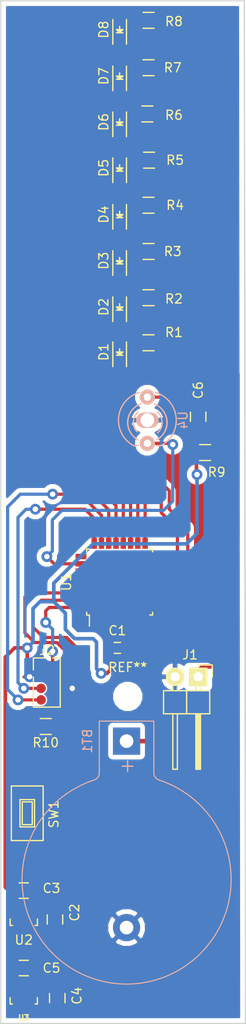
<source format=kicad_pcb>
(kicad_pcb (version 4) (host pcbnew 4.0.7-e2-6376~58~ubuntu16.04.1)

  (general
    (links 62)
    (no_connects 0)
    (area 91.820476 30.404999 125.708 142.995)
    (thickness 1.6)
    (drawings 6)
    (tracks 246)
    (zones 0)
    (modules 33)
    (nets 28)
  )

  (page User 148.006 210.007)
  (title_block
    (title POV)
    (date 2017-10-11)
    (rev 1)
    (comment 1 @muriukidavd)
  )

  (layers
    (0 F.Cu signal)
    (31 B.Cu signal)
    (32 B.Adhes user)
    (33 F.Adhes user)
    (34 B.Paste user)
    (35 F.Paste user)
    (36 B.SilkS user)
    (37 F.SilkS user)
    (38 B.Mask user)
    (39 F.Mask user)
    (40 Dwgs.User user)
    (41 Cmts.User user)
    (42 Eco1.User user)
    (43 Eco2.User user)
    (44 Edge.Cuts user)
    (45 Margin user)
    (46 B.CrtYd user)
    (47 F.CrtYd user)
    (48 B.Fab user hide)
    (49 F.Fab user hide)
  )

  (setup
    (last_trace_width 0.35)
    (trace_clearance 0.2)
    (zone_clearance 0.508)
    (zone_45_only no)
    (trace_min 0.2)
    (segment_width 0.2)
    (edge_width 0.15)
    (via_size 1.2)
    (via_drill 0.6)
    (via_min_size 0.4)
    (via_min_drill 0.3)
    (uvia_size 0.3)
    (uvia_drill 0.1)
    (uvias_allowed no)
    (uvia_min_size 0.2)
    (uvia_min_drill 0.1)
    (pcb_text_width 0.3)
    (pcb_text_size 1.5 1.5)
    (mod_edge_width 0.15)
    (mod_text_size 1 1)
    (mod_text_width 0.15)
    (pad_size 1.6764 2.5)
    (pad_drill 1.5)
    (pad_to_mask_clearance 0.2)
    (aux_axis_origin 0 0)
    (visible_elements FFFFFF7F)
    (pcbplotparams
      (layerselection 0x00000_80000000)
      (usegerberextensions false)
      (excludeedgelayer false)
      (linewidth 0.100000)
      (plotframeref false)
      (viasonmask false)
      (mode 1)
      (useauxorigin false)
      (hpglpennumber 1)
      (hpglpenspeed 20)
      (hpglpendiameter 15)
      (hpglpenoverlay 2)
      (psnegative false)
      (psa4output false)
      (plotreference true)
      (plotvalue true)
      (plotinvisibletext false)
      (padsonsilk false)
      (subtractmaskfromsilk false)
      (outputformat 5)
      (mirror false)
      (drillshape 2)
      (scaleselection 1)
      (outputdirectory ""))
  )

  (net 0 "")
  (net 1 3V3)
  (net 2 GND)
  (net 3 "Net-(D1-Pad2)")
  (net 4 LED1)
  (net 5 "Net-(D2-Pad2)")
  (net 6 LED2)
  (net 7 "Net-(D3-Pad2)")
  (net 8 LED3)
  (net 9 "Net-(D4-Pad2)")
  (net 10 LED4)
  (net 11 "Net-(D5-Pad2)")
  (net 12 LED5)
  (net 13 "Net-(D6-Pad2)")
  (net 14 LED6)
  (net 15 "Net-(D7-Pad2)")
  (net 16 LED7)
  (net 17 "Net-(D8-Pad2)")
  (net 18 LED8)
  (net 19 Batt_In)
  (net 20 RX)
  (net 21 TX)
  (net 22 CLK)
  (net 23 RESET)
  (net 24 DATA)
  (net 25 5V)
  (net 26 "Net-(C6-Pad1)")
  (net 27 IR)

  (net_class Default "This is the default net class."
    (clearance 0.2)
    (trace_width 0.35)
    (via_dia 1.2)
    (via_drill 0.6)
    (uvia_dia 0.3)
    (uvia_drill 0.1)
    (add_net CLK)
    (add_net DATA)
    (add_net GND)
    (add_net IR)
    (add_net LED1)
    (add_net LED2)
    (add_net LED3)
    (add_net LED4)
    (add_net LED5)
    (add_net LED6)
    (add_net LED7)
    (add_net LED8)
    (add_net "Net-(C6-Pad1)")
    (add_net "Net-(D1-Pad2)")
    (add_net "Net-(D2-Pad2)")
    (add_net "Net-(D3-Pad2)")
    (add_net "Net-(D4-Pad2)")
    (add_net "Net-(D5-Pad2)")
    (add_net "Net-(D6-Pad2)")
    (add_net "Net-(D7-Pad2)")
    (add_net "Net-(D8-Pad2)")
    (add_net RESET)
    (add_net RX)
    (add_net TX)
  )

  (net_class 3v3 ""
    (clearance 0.2)
    (trace_width 0.4)
    (via_dia 1.2)
    (via_drill 0.6)
    (uvia_dia 0.3)
    (uvia_drill 0.1)
    (add_net 3V3)
  )

  (net_class 5v ""
    (clearance 0.2)
    (trace_width 0.5)
    (via_dia 1.2)
    (via_drill 0.6)
    (uvia_dia 0.3)
    (uvia_drill 0.1)
    (add_net 5V)
    (add_net Batt_In)
  )

  (module Battery_Holders:Keystone_103_1x20mm-CoinCell (layer B.Cu) (tedit 5787C32C) (tstamp 59E17C03)
    (at 72.39 118.575 270)
    (descr http://www.keyelco.com/product-pdf.cfm?p=719)
    (tags "Keystone type 103 battery holder")
    (path /59D6A569)
    (fp_text reference BT1 (at 0 4.3 270) (layer B.SilkS)
      (effects (font (size 1 1) (thickness 0.15)) (justify mirror))
    )
    (fp_text value Battery_Cell (at 15 -13 270) (layer B.Fab)
      (effects (font (size 1 1) (thickness 0.15)) (justify mirror))
    )
    (fp_text user + (at 2.75 0 270) (layer B.SilkS)
      (effects (font (size 1.5 1.5) (thickness 0.15)) (justify mirror))
    )
    (fp_arc (start 15.2 0) (end 4.015 -3.6) (angle 162.5) (layer B.CrtYd) (width 0.05))
    (fp_arc (start 15.2 0) (end 4.015 3.6) (angle -162.5) (layer B.CrtYd) (width 0.05))
    (fp_arc (start 3.5 -3.8) (end 3.5 -3.25) (angle -70) (layer B.CrtYd) (width 0.05))
    (fp_arc (start 3.5 3.8) (end 3.5 3.25) (angle 70) (layer B.CrtYd) (width 0.05))
    (fp_arc (start 15.2 0) (end 4.25 -3.5) (angle 162.5) (layer B.SilkS) (width 0.12))
    (fp_arc (start 3.5 -3.8) (end 3.5 -3) (angle -70) (layer B.SilkS) (width 0.12))
    (fp_arc (start 15.2 0) (end 4.25 3.5) (angle -162.5) (layer B.SilkS) (width 0.12))
    (fp_arc (start 3.5 3.8) (end 3.5 3) (angle 70) (layer B.SilkS) (width 0.12))
    (fp_arc (start 3.5 -3.8) (end 3.5 -2.9) (angle -70) (layer B.Fab) (width 0.1))
    (fp_arc (start 15.2 0) (end 4.35 -3.5) (angle 162.5) (layer B.Fab) (width 0.1))
    (fp_arc (start 15.2 0) (end 4.35 3.5) (angle -162.5) (layer B.Fab) (width 0.1))
    (fp_arc (start 15.2 0) (end 5.2 -1.3) (angle 180) (layer B.Fab) (width 0.1))
    (fp_line (start -2.45 3.25) (end 3.5 3.25) (layer B.CrtYd) (width 0.05))
    (fp_line (start -2.45 -3.25) (end 3.5 -3.25) (layer B.CrtYd) (width 0.05))
    (fp_line (start -2.45 -3.25) (end -2.45 3.25) (layer B.CrtYd) (width 0.05))
    (fp_line (start -2.2 3) (end 3.5 3) (layer B.SilkS) (width 0.12))
    (fp_line (start -2.2 -3) (end -2.2 3) (layer B.SilkS) (width 0.12))
    (fp_line (start -2.2 -3) (end 3.5 -3) (layer B.SilkS) (width 0.12))
    (fp_arc (start 15.2 0) (end 9 -1.3) (angle 170) (layer B.Fab) (width 0.1))
    (fp_arc (start 15.2 0) (end 13.3 -1.3) (angle 150) (layer B.Fab) (width 0.1))
    (fp_line (start 23.5712 -7.7216) (end 22.6568 -6.8834) (layer B.Fab) (width 0.1))
    (fp_line (start 23.5712 7.7216) (end 22.6314 6.858) (layer B.Fab) (width 0.1))
    (fp_arc (start 15.2 0) (end 13.3 1.3) (angle -150) (layer B.Fab) (width 0.1))
    (fp_arc (start 15.2 0) (end 9 1.3) (angle -170) (layer B.Fab) (width 0.1))
    (fp_arc (start 15.2 0) (end 5.2 1.3) (angle -180) (layer B.Fab) (width 0.1))
    (fp_line (start 3.5306 2.9) (end -1.7 2.9) (layer B.Fab) (width 0.1))
    (fp_line (start -1.7 -2.9) (end 3.5306 -2.9) (layer B.Fab) (width 0.1))
    (fp_line (start -2.1 2.5) (end -2.1 -2.5) (layer B.Fab) (width 0.1))
    (fp_line (start 0 -1.3) (end 16.2 -1.3) (layer B.Fab) (width 0.1))
    (fp_line (start 16.2 1.3) (end 0 1.3) (layer B.Fab) (width 0.1))
    (fp_arc (start 3.5 3.8) (end 3.5 2.9) (angle 70) (layer B.Fab) (width 0.1))
    (fp_arc (start 16.2 0) (end 16.2 1.3) (angle -180) (layer B.Fab) (width 0.1))
    (fp_line (start 0 1.3) (end 0 -1.3) (layer B.Fab) (width 0.1))
    (fp_arc (start -1.7 -2.5) (end -2.1 -2.5) (angle 90) (layer B.Fab) (width 0.1))
    (fp_arc (start -1.7 2.5) (end -2.1 2.5) (angle -90) (layer B.Fab) (width 0.1))
    (pad 2 thru_hole circle (at 20.49 0 270) (size 3 3) (drill 1.5) (layers *.Cu *.Mask)
      (net 2 GND))
    (pad 1 thru_hole rect (at 0 0 270) (size 3 3) (drill 1.5) (layers *.Cu *.Mask)
      (net 25 5V))
    (model Battery_Holders.3dshapes/Keystone_103_1x20mm-CoinCell.wrl
      (at (xyz 0.6 0 0))
      (scale (xyz 1 1 1))
      (rotate (xyz 0 0 180))
    )
  )

  (module Housings_QFP:LQFP-32_7x7mm_Pitch0.8mm (layer F.Cu) (tedit 54130A77) (tstamp 59CC33C9)
    (at 71.628 101.092 90)
    (descr "LQFP32: plastic low profile quad flat package; 32 leads; body 7 x 7 x 1.4 mm (see NXP sot358-1_po.pdf and sot358-1_fr.pdf)")
    (tags "QFP 0.8")
    (path /59CC1FB2)
    (attr smd)
    (fp_text reference U1 (at 0 -5.85 90) (layer F.SilkS)
      (effects (font (size 1 1) (thickness 0.15)))
    )
    (fp_text value MKL05Z32VLC4 (at 0 5.85 90) (layer F.Fab)
      (effects (font (size 1 1) (thickness 0.15)))
    )
    (fp_line (start -5.1 -5.1) (end -5.1 5.1) (layer F.CrtYd) (width 0.05))
    (fp_line (start 5.1 -5.1) (end 5.1 5.1) (layer F.CrtYd) (width 0.05))
    (fp_line (start -5.1 -5.1) (end 5.1 -5.1) (layer F.CrtYd) (width 0.05))
    (fp_line (start -5.1 5.1) (end 5.1 5.1) (layer F.CrtYd) (width 0.05))
    (fp_line (start -3.625 -3.625) (end -3.625 -3.325) (layer F.SilkS) (width 0.15))
    (fp_line (start 3.625 -3.625) (end 3.625 -3.325) (layer F.SilkS) (width 0.15))
    (fp_line (start 3.625 3.625) (end 3.625 3.325) (layer F.SilkS) (width 0.15))
    (fp_line (start -3.625 3.625) (end -3.625 3.325) (layer F.SilkS) (width 0.15))
    (fp_line (start -3.625 -3.625) (end -3.325 -3.625) (layer F.SilkS) (width 0.15))
    (fp_line (start -3.625 3.625) (end -3.325 3.625) (layer F.SilkS) (width 0.15))
    (fp_line (start 3.625 3.625) (end 3.325 3.625) (layer F.SilkS) (width 0.15))
    (fp_line (start 3.625 -3.625) (end 3.325 -3.625) (layer F.SilkS) (width 0.15))
    (fp_line (start -3.625 -3.325) (end -4.85 -3.325) (layer F.SilkS) (width 0.15))
    (pad 1 smd rect (at -4.25 -2.8 90) (size 1.2 0.6) (layers F.Cu F.Paste F.Mask))
    (pad 2 smd rect (at -4.25 -2 90) (size 1.2 0.6) (layers F.Cu F.Paste F.Mask))
    (pad 3 smd rect (at -4.25 -1.2 90) (size 1.2 0.6) (layers F.Cu F.Paste F.Mask)
      (net 1 3V3))
    (pad 4 smd rect (at -4.25 -0.4 90) (size 1.2 0.6) (layers F.Cu F.Paste F.Mask)
      (net 1 3V3))
    (pad 5 smd rect (at -4.25 0.4 90) (size 1.2 0.6) (layers F.Cu F.Paste F.Mask)
      (net 1 3V3))
    (pad 6 smd rect (at -4.25 1.2 90) (size 1.2 0.6) (layers F.Cu F.Paste F.Mask)
      (net 2 GND))
    (pad 7 smd rect (at -4.25 2 90) (size 1.2 0.6) (layers F.Cu F.Paste F.Mask))
    (pad 8 smd rect (at -4.25 2.8 90) (size 1.2 0.6) (layers F.Cu F.Paste F.Mask))
    (pad 9 smd rect (at -2.8 4.25 180) (size 1.2 0.6) (layers F.Cu F.Paste F.Mask))
    (pad 10 smd rect (at -2 4.25 180) (size 1.2 0.6) (layers F.Cu F.Paste F.Mask))
    (pad 11 smd rect (at -1.2 4.25 180) (size 1.2 0.6) (layers F.Cu F.Paste F.Mask))
    (pad 12 smd rect (at -0.4 4.25 180) (size 1.2 0.6) (layers F.Cu F.Paste F.Mask))
    (pad 13 smd rect (at 0.4 4.25 180) (size 1.2 0.6) (layers F.Cu F.Paste F.Mask))
    (pad 14 smd rect (at 1.2 4.25 180) (size 1.2 0.6) (layers F.Cu F.Paste F.Mask))
    (pad 15 smd rect (at 2 4.25 180) (size 1.2 0.6) (layers F.Cu F.Paste F.Mask)
      (net 4 LED1))
    (pad 16 smd rect (at 2.8 4.25 180) (size 1.2 0.6) (layers F.Cu F.Paste F.Mask)
      (net 6 LED2))
    (pad 17 smd rect (at 4.25 2.8 90) (size 1.2 0.6) (layers F.Cu F.Paste F.Mask)
      (net 8 LED3))
    (pad 18 smd rect (at 4.25 2 90) (size 1.2 0.6) (layers F.Cu F.Paste F.Mask)
      (net 10 LED4))
    (pad 19 smd rect (at 4.25 1.2 90) (size 1.2 0.6) (layers F.Cu F.Paste F.Mask)
      (net 12 LED5))
    (pad 20 smd rect (at 4.25 0.4 90) (size 1.2 0.6) (layers F.Cu F.Paste F.Mask)
      (net 14 LED6))
    (pad 21 smd rect (at 4.25 -0.4 90) (size 1.2 0.6) (layers F.Cu F.Paste F.Mask)
      (net 16 LED7))
    (pad 22 smd rect (at 4.25 -1.2 90) (size 1.2 0.6) (layers F.Cu F.Paste F.Mask)
      (net 18 LED8))
    (pad 23 smd rect (at 4.25 -2 90) (size 1.2 0.6) (layers F.Cu F.Paste F.Mask)
      (net 21 TX))
    (pad 24 smd rect (at 4.25 -2.8 90) (size 1.2 0.6) (layers F.Cu F.Paste F.Mask)
      (net 20 RX))
    (pad 25 smd rect (at 2.8 -4.25 180) (size 1.2 0.6) (layers F.Cu F.Paste F.Mask))
    (pad 26 smd rect (at 2 -4.25 180) (size 1.2 0.6) (layers F.Cu F.Paste F.Mask)
      (net 27 IR))
    (pad 27 smd rect (at 1.2 -4.25 180) (size 1.2 0.6) (layers F.Cu F.Paste F.Mask))
    (pad 28 smd rect (at 0.4 -4.25 180) (size 1.2 0.6) (layers F.Cu F.Paste F.Mask))
    (pad 29 smd rect (at -0.4 -4.25 180) (size 1.2 0.6) (layers F.Cu F.Paste F.Mask))
    (pad 30 smd rect (at -1.2 -4.25 180) (size 1.2 0.6) (layers F.Cu F.Paste F.Mask)
      (net 22 CLK))
    (pad 31 smd rect (at -2 -4.25 180) (size 1.2 0.6) (layers F.Cu F.Paste F.Mask)
      (net 23 RESET))
    (pad 32 smd rect (at -2.8 -4.25 180) (size 1.2 0.6) (layers F.Cu F.Paste F.Mask)
      (net 24 DATA))
    (model Housings_QFP.3dshapes/LQFP-32_7x7mm_Pitch0.8mm.wrl
      (at (xyz 0 0 0))
      (scale (xyz 1 1 1))
      (rotate (xyz 0 0 0))
    )
  )

  (module Capacitors_SMD:C_0603 (layer F.Cu) (tedit 5415D631) (tstamp 59CC3327)
    (at 71.374 108.331)
    (descr "Capacitor SMD 0603, reflow soldering, AVX (see smccp.pdf)")
    (tags "capacitor 0603")
    (path /59CC4873)
    (attr smd)
    (fp_text reference C1 (at 0 -1.9) (layer F.SilkS)
      (effects (font (size 1 1) (thickness 0.15)))
    )
    (fp_text value C (at 0 1.9) (layer F.Fab)
      (effects (font (size 1 1) (thickness 0.15)))
    )
    (fp_line (start -1.45 -0.75) (end 1.45 -0.75) (layer F.CrtYd) (width 0.05))
    (fp_line (start -1.45 0.75) (end 1.45 0.75) (layer F.CrtYd) (width 0.05))
    (fp_line (start -1.45 -0.75) (end -1.45 0.75) (layer F.CrtYd) (width 0.05))
    (fp_line (start 1.45 -0.75) (end 1.45 0.75) (layer F.CrtYd) (width 0.05))
    (fp_line (start -0.35 -0.6) (end 0.35 -0.6) (layer F.SilkS) (width 0.15))
    (fp_line (start 0.35 0.6) (end -0.35 0.6) (layer F.SilkS) (width 0.15))
    (pad 1 smd rect (at -0.75 0) (size 0.8 0.75) (layers F.Cu F.Paste F.Mask)
      (net 1 3V3))
    (pad 2 smd rect (at 0.75 0) (size 0.8 0.75) (layers F.Cu F.Paste F.Mask)
      (net 2 GND))
    (model Capacitors_SMD.3dshapes/C_0603.wrl
      (at (xyz 0 0 0))
      (scale (xyz 1 1 1))
      (rotate (xyz 0 0 0))
    )
  )

  (module LEDs:LED_0805 (layer F.Cu) (tedit 55BDE1C2) (tstamp 59CC332D)
    (at 71.628 75.819 90)
    (descr "LED 0805 smd package")
    (tags "LED 0805 SMD")
    (path /59CC245F)
    (attr smd)
    (fp_text reference D1 (at 0 -1.75 90) (layer F.SilkS)
      (effects (font (size 1 1) (thickness 0.15)))
    )
    (fp_text value D (at 0 1.75 90) (layer F.Fab)
      (effects (font (size 1 1) (thickness 0.15)))
    )
    (fp_line (start -1.6 0.75) (end 1.1 0.75) (layer F.SilkS) (width 0.15))
    (fp_line (start -1.6 -0.75) (end 1.1 -0.75) (layer F.SilkS) (width 0.15))
    (fp_line (start -0.1 0.15) (end -0.1 -0.1) (layer F.SilkS) (width 0.15))
    (fp_line (start -0.1 -0.1) (end -0.25 0.05) (layer F.SilkS) (width 0.15))
    (fp_line (start -0.35 -0.35) (end -0.35 0.35) (layer F.SilkS) (width 0.15))
    (fp_line (start 0 0) (end 0.35 0) (layer F.SilkS) (width 0.15))
    (fp_line (start -0.35 0) (end 0 -0.35) (layer F.SilkS) (width 0.15))
    (fp_line (start 0 -0.35) (end 0 0.35) (layer F.SilkS) (width 0.15))
    (fp_line (start 0 0.35) (end -0.35 0) (layer F.SilkS) (width 0.15))
    (fp_line (start 1.9 -0.95) (end 1.9 0.95) (layer F.CrtYd) (width 0.05))
    (fp_line (start 1.9 0.95) (end -1.9 0.95) (layer F.CrtYd) (width 0.05))
    (fp_line (start -1.9 0.95) (end -1.9 -0.95) (layer F.CrtYd) (width 0.05))
    (fp_line (start -1.9 -0.95) (end 1.9 -0.95) (layer F.CrtYd) (width 0.05))
    (pad 2 smd rect (at 1.04902 0 270) (size 1.19888 1.19888) (layers F.Cu F.Paste F.Mask)
      (net 3 "Net-(D1-Pad2)"))
    (pad 1 smd rect (at -1.04902 0 270) (size 1.19888 1.19888) (layers F.Cu F.Paste F.Mask)
      (net 4 LED1))
    (model LEDs.3dshapes/LED_0805.wrl
      (at (xyz 0 0 0))
      (scale (xyz 1 1 1))
      (rotate (xyz 0 0 0))
    )
  )

  (module LEDs:LED_0805 (layer F.Cu) (tedit 55BDE1C2) (tstamp 59CC3333)
    (at 71.628 70.866 90)
    (descr "LED 0805 smd package")
    (tags "LED 0805 SMD")
    (path /59CC24E4)
    (attr smd)
    (fp_text reference D2 (at 0 -1.75 90) (layer F.SilkS)
      (effects (font (size 1 1) (thickness 0.15)))
    )
    (fp_text value D (at 0 1.75 90) (layer F.Fab)
      (effects (font (size 1 1) (thickness 0.15)))
    )
    (fp_line (start -1.6 0.75) (end 1.1 0.75) (layer F.SilkS) (width 0.15))
    (fp_line (start -1.6 -0.75) (end 1.1 -0.75) (layer F.SilkS) (width 0.15))
    (fp_line (start -0.1 0.15) (end -0.1 -0.1) (layer F.SilkS) (width 0.15))
    (fp_line (start -0.1 -0.1) (end -0.25 0.05) (layer F.SilkS) (width 0.15))
    (fp_line (start -0.35 -0.35) (end -0.35 0.35) (layer F.SilkS) (width 0.15))
    (fp_line (start 0 0) (end 0.35 0) (layer F.SilkS) (width 0.15))
    (fp_line (start -0.35 0) (end 0 -0.35) (layer F.SilkS) (width 0.15))
    (fp_line (start 0 -0.35) (end 0 0.35) (layer F.SilkS) (width 0.15))
    (fp_line (start 0 0.35) (end -0.35 0) (layer F.SilkS) (width 0.15))
    (fp_line (start 1.9 -0.95) (end 1.9 0.95) (layer F.CrtYd) (width 0.05))
    (fp_line (start 1.9 0.95) (end -1.9 0.95) (layer F.CrtYd) (width 0.05))
    (fp_line (start -1.9 0.95) (end -1.9 -0.95) (layer F.CrtYd) (width 0.05))
    (fp_line (start -1.9 -0.95) (end 1.9 -0.95) (layer F.CrtYd) (width 0.05))
    (pad 2 smd rect (at 1.04902 0 270) (size 1.19888 1.19888) (layers F.Cu F.Paste F.Mask)
      (net 5 "Net-(D2-Pad2)"))
    (pad 1 smd rect (at -1.04902 0 270) (size 1.19888 1.19888) (layers F.Cu F.Paste F.Mask)
      (net 6 LED2))
    (model LEDs.3dshapes/LED_0805.wrl
      (at (xyz 0 0 0))
      (scale (xyz 1 1 1))
      (rotate (xyz 0 0 0))
    )
  )

  (module LEDs:LED_0805 (layer F.Cu) (tedit 55BDE1C2) (tstamp 59CC3339)
    (at 71.628 65.786 90)
    (descr "LED 0805 smd package")
    (tags "LED 0805 SMD")
    (path /59CC251D)
    (attr smd)
    (fp_text reference D3 (at 0 -1.75 90) (layer F.SilkS)
      (effects (font (size 1 1) (thickness 0.15)))
    )
    (fp_text value D (at 0 1.75 90) (layer F.Fab)
      (effects (font (size 1 1) (thickness 0.15)))
    )
    (fp_line (start -1.6 0.75) (end 1.1 0.75) (layer F.SilkS) (width 0.15))
    (fp_line (start -1.6 -0.75) (end 1.1 -0.75) (layer F.SilkS) (width 0.15))
    (fp_line (start -0.1 0.15) (end -0.1 -0.1) (layer F.SilkS) (width 0.15))
    (fp_line (start -0.1 -0.1) (end -0.25 0.05) (layer F.SilkS) (width 0.15))
    (fp_line (start -0.35 -0.35) (end -0.35 0.35) (layer F.SilkS) (width 0.15))
    (fp_line (start 0 0) (end 0.35 0) (layer F.SilkS) (width 0.15))
    (fp_line (start -0.35 0) (end 0 -0.35) (layer F.SilkS) (width 0.15))
    (fp_line (start 0 -0.35) (end 0 0.35) (layer F.SilkS) (width 0.15))
    (fp_line (start 0 0.35) (end -0.35 0) (layer F.SilkS) (width 0.15))
    (fp_line (start 1.9 -0.95) (end 1.9 0.95) (layer F.CrtYd) (width 0.05))
    (fp_line (start 1.9 0.95) (end -1.9 0.95) (layer F.CrtYd) (width 0.05))
    (fp_line (start -1.9 0.95) (end -1.9 -0.95) (layer F.CrtYd) (width 0.05))
    (fp_line (start -1.9 -0.95) (end 1.9 -0.95) (layer F.CrtYd) (width 0.05))
    (pad 2 smd rect (at 1.04902 0 270) (size 1.19888 1.19888) (layers F.Cu F.Paste F.Mask)
      (net 7 "Net-(D3-Pad2)"))
    (pad 1 smd rect (at -1.04902 0 270) (size 1.19888 1.19888) (layers F.Cu F.Paste F.Mask)
      (net 8 LED3))
    (model LEDs.3dshapes/LED_0805.wrl
      (at (xyz 0 0 0))
      (scale (xyz 1 1 1))
      (rotate (xyz 0 0 0))
    )
  )

  (module LEDs:LED_0805 (layer F.Cu) (tedit 55BDE1C2) (tstamp 59CC333F)
    (at 71.628 60.706 90)
    (descr "LED 0805 smd package")
    (tags "LED 0805 SMD")
    (path /59CC2561)
    (attr smd)
    (fp_text reference D4 (at 0 -1.75 90) (layer F.SilkS)
      (effects (font (size 1 1) (thickness 0.15)))
    )
    (fp_text value D (at 0 1.75 90) (layer F.Fab)
      (effects (font (size 1 1) (thickness 0.15)))
    )
    (fp_line (start -1.6 0.75) (end 1.1 0.75) (layer F.SilkS) (width 0.15))
    (fp_line (start -1.6 -0.75) (end 1.1 -0.75) (layer F.SilkS) (width 0.15))
    (fp_line (start -0.1 0.15) (end -0.1 -0.1) (layer F.SilkS) (width 0.15))
    (fp_line (start -0.1 -0.1) (end -0.25 0.05) (layer F.SilkS) (width 0.15))
    (fp_line (start -0.35 -0.35) (end -0.35 0.35) (layer F.SilkS) (width 0.15))
    (fp_line (start 0 0) (end 0.35 0) (layer F.SilkS) (width 0.15))
    (fp_line (start -0.35 0) (end 0 -0.35) (layer F.SilkS) (width 0.15))
    (fp_line (start 0 -0.35) (end 0 0.35) (layer F.SilkS) (width 0.15))
    (fp_line (start 0 0.35) (end -0.35 0) (layer F.SilkS) (width 0.15))
    (fp_line (start 1.9 -0.95) (end 1.9 0.95) (layer F.CrtYd) (width 0.05))
    (fp_line (start 1.9 0.95) (end -1.9 0.95) (layer F.CrtYd) (width 0.05))
    (fp_line (start -1.9 0.95) (end -1.9 -0.95) (layer F.CrtYd) (width 0.05))
    (fp_line (start -1.9 -0.95) (end 1.9 -0.95) (layer F.CrtYd) (width 0.05))
    (pad 2 smd rect (at 1.04902 0 270) (size 1.19888 1.19888) (layers F.Cu F.Paste F.Mask)
      (net 9 "Net-(D4-Pad2)"))
    (pad 1 smd rect (at -1.04902 0 270) (size 1.19888 1.19888) (layers F.Cu F.Paste F.Mask)
      (net 10 LED4))
    (model LEDs.3dshapes/LED_0805.wrl
      (at (xyz 0 0 0))
      (scale (xyz 1 1 1))
      (rotate (xyz 0 0 0))
    )
  )

  (module LEDs:LED_0805 (layer F.Cu) (tedit 55BDE1C2) (tstamp 59CC3345)
    (at 71.628 55.59298 90)
    (descr "LED 0805 smd package")
    (tags "LED 0805 SMD")
    (path /59CC259C)
    (attr smd)
    (fp_text reference D5 (at 0 -1.75 90) (layer F.SilkS)
      (effects (font (size 1 1) (thickness 0.15)))
    )
    (fp_text value D (at 0 1.75 90) (layer F.Fab)
      (effects (font (size 1 1) (thickness 0.15)))
    )
    (fp_line (start -1.6 0.75) (end 1.1 0.75) (layer F.SilkS) (width 0.15))
    (fp_line (start -1.6 -0.75) (end 1.1 -0.75) (layer F.SilkS) (width 0.15))
    (fp_line (start -0.1 0.15) (end -0.1 -0.1) (layer F.SilkS) (width 0.15))
    (fp_line (start -0.1 -0.1) (end -0.25 0.05) (layer F.SilkS) (width 0.15))
    (fp_line (start -0.35 -0.35) (end -0.35 0.35) (layer F.SilkS) (width 0.15))
    (fp_line (start 0 0) (end 0.35 0) (layer F.SilkS) (width 0.15))
    (fp_line (start -0.35 0) (end 0 -0.35) (layer F.SilkS) (width 0.15))
    (fp_line (start 0 -0.35) (end 0 0.35) (layer F.SilkS) (width 0.15))
    (fp_line (start 0 0.35) (end -0.35 0) (layer F.SilkS) (width 0.15))
    (fp_line (start 1.9 -0.95) (end 1.9 0.95) (layer F.CrtYd) (width 0.05))
    (fp_line (start 1.9 0.95) (end -1.9 0.95) (layer F.CrtYd) (width 0.05))
    (fp_line (start -1.9 0.95) (end -1.9 -0.95) (layer F.CrtYd) (width 0.05))
    (fp_line (start -1.9 -0.95) (end 1.9 -0.95) (layer F.CrtYd) (width 0.05))
    (pad 2 smd rect (at 1.04902 0 270) (size 1.19888 1.19888) (layers F.Cu F.Paste F.Mask)
      (net 11 "Net-(D5-Pad2)"))
    (pad 1 smd rect (at -1.04902 0 270) (size 1.19888 1.19888) (layers F.Cu F.Paste F.Mask)
      (net 12 LED5))
    (model LEDs.3dshapes/LED_0805.wrl
      (at (xyz 0 0 0))
      (scale (xyz 1 1 1))
      (rotate (xyz 0 0 0))
    )
  )

  (module LEDs:LED_0805 (layer F.Cu) (tedit 55BDE1C2) (tstamp 59CC334B)
    (at 71.628 50.546 90)
    (descr "LED 0805 smd package")
    (tags "LED 0805 SMD")
    (path /59CC25DE)
    (attr smd)
    (fp_text reference D6 (at 0 -1.75 90) (layer F.SilkS)
      (effects (font (size 1 1) (thickness 0.15)))
    )
    (fp_text value D (at 0 1.75 90) (layer F.Fab)
      (effects (font (size 1 1) (thickness 0.15)))
    )
    (fp_line (start -1.6 0.75) (end 1.1 0.75) (layer F.SilkS) (width 0.15))
    (fp_line (start -1.6 -0.75) (end 1.1 -0.75) (layer F.SilkS) (width 0.15))
    (fp_line (start -0.1 0.15) (end -0.1 -0.1) (layer F.SilkS) (width 0.15))
    (fp_line (start -0.1 -0.1) (end -0.25 0.05) (layer F.SilkS) (width 0.15))
    (fp_line (start -0.35 -0.35) (end -0.35 0.35) (layer F.SilkS) (width 0.15))
    (fp_line (start 0 0) (end 0.35 0) (layer F.SilkS) (width 0.15))
    (fp_line (start -0.35 0) (end 0 -0.35) (layer F.SilkS) (width 0.15))
    (fp_line (start 0 -0.35) (end 0 0.35) (layer F.SilkS) (width 0.15))
    (fp_line (start 0 0.35) (end -0.35 0) (layer F.SilkS) (width 0.15))
    (fp_line (start 1.9 -0.95) (end 1.9 0.95) (layer F.CrtYd) (width 0.05))
    (fp_line (start 1.9 0.95) (end -1.9 0.95) (layer F.CrtYd) (width 0.05))
    (fp_line (start -1.9 0.95) (end -1.9 -0.95) (layer F.CrtYd) (width 0.05))
    (fp_line (start -1.9 -0.95) (end 1.9 -0.95) (layer F.CrtYd) (width 0.05))
    (pad 2 smd rect (at 1.04902 0 270) (size 1.19888 1.19888) (layers F.Cu F.Paste F.Mask)
      (net 13 "Net-(D6-Pad2)"))
    (pad 1 smd rect (at -1.04902 0 270) (size 1.19888 1.19888) (layers F.Cu F.Paste F.Mask)
      (net 14 LED6))
    (model LEDs.3dshapes/LED_0805.wrl
      (at (xyz 0 0 0))
      (scale (xyz 1 1 1))
      (rotate (xyz 0 0 0))
    )
  )

  (module LEDs:LED_0805 (layer F.Cu) (tedit 55BDE1C2) (tstamp 59CC3351)
    (at 71.628 45.49902 90)
    (descr "LED 0805 smd package")
    (tags "LED 0805 SMD")
    (path /59CC2685)
    (attr smd)
    (fp_text reference D7 (at 0 -1.75 90) (layer F.SilkS)
      (effects (font (size 1 1) (thickness 0.15)))
    )
    (fp_text value D (at 0 1.75 90) (layer F.Fab)
      (effects (font (size 1 1) (thickness 0.15)))
    )
    (fp_line (start -1.6 0.75) (end 1.1 0.75) (layer F.SilkS) (width 0.15))
    (fp_line (start -1.6 -0.75) (end 1.1 -0.75) (layer F.SilkS) (width 0.15))
    (fp_line (start -0.1 0.15) (end -0.1 -0.1) (layer F.SilkS) (width 0.15))
    (fp_line (start -0.1 -0.1) (end -0.25 0.05) (layer F.SilkS) (width 0.15))
    (fp_line (start -0.35 -0.35) (end -0.35 0.35) (layer F.SilkS) (width 0.15))
    (fp_line (start 0 0) (end 0.35 0) (layer F.SilkS) (width 0.15))
    (fp_line (start -0.35 0) (end 0 -0.35) (layer F.SilkS) (width 0.15))
    (fp_line (start 0 -0.35) (end 0 0.35) (layer F.SilkS) (width 0.15))
    (fp_line (start 0 0.35) (end -0.35 0) (layer F.SilkS) (width 0.15))
    (fp_line (start 1.9 -0.95) (end 1.9 0.95) (layer F.CrtYd) (width 0.05))
    (fp_line (start 1.9 0.95) (end -1.9 0.95) (layer F.CrtYd) (width 0.05))
    (fp_line (start -1.9 0.95) (end -1.9 -0.95) (layer F.CrtYd) (width 0.05))
    (fp_line (start -1.9 -0.95) (end 1.9 -0.95) (layer F.CrtYd) (width 0.05))
    (pad 2 smd rect (at 1.04902 0 270) (size 1.19888 1.19888) (layers F.Cu F.Paste F.Mask)
      (net 15 "Net-(D7-Pad2)"))
    (pad 1 smd rect (at -1.04902 0 270) (size 1.19888 1.19888) (layers F.Cu F.Paste F.Mask)
      (net 16 LED7))
    (model LEDs.3dshapes/LED_0805.wrl
      (at (xyz 0 0 0))
      (scale (xyz 1 1 1))
      (rotate (xyz 0 0 0))
    )
  )

  (module LEDs:LED_0805 (layer F.Cu) (tedit 55BDE1C2) (tstamp 59CC3357)
    (at 71.628 40.386 90)
    (descr "LED 0805 smd package")
    (tags "LED 0805 SMD")
    (path /59CC26C9)
    (attr smd)
    (fp_text reference D8 (at 0 -1.75 90) (layer F.SilkS)
      (effects (font (size 1 1) (thickness 0.15)))
    )
    (fp_text value D (at 0 1.75 90) (layer F.Fab)
      (effects (font (size 1 1) (thickness 0.15)))
    )
    (fp_line (start -1.6 0.75) (end 1.1 0.75) (layer F.SilkS) (width 0.15))
    (fp_line (start -1.6 -0.75) (end 1.1 -0.75) (layer F.SilkS) (width 0.15))
    (fp_line (start -0.1 0.15) (end -0.1 -0.1) (layer F.SilkS) (width 0.15))
    (fp_line (start -0.1 -0.1) (end -0.25 0.05) (layer F.SilkS) (width 0.15))
    (fp_line (start -0.35 -0.35) (end -0.35 0.35) (layer F.SilkS) (width 0.15))
    (fp_line (start 0 0) (end 0.35 0) (layer F.SilkS) (width 0.15))
    (fp_line (start -0.35 0) (end 0 -0.35) (layer F.SilkS) (width 0.15))
    (fp_line (start 0 -0.35) (end 0 0.35) (layer F.SilkS) (width 0.15))
    (fp_line (start 0 0.35) (end -0.35 0) (layer F.SilkS) (width 0.15))
    (fp_line (start 1.9 -0.95) (end 1.9 0.95) (layer F.CrtYd) (width 0.05))
    (fp_line (start 1.9 0.95) (end -1.9 0.95) (layer F.CrtYd) (width 0.05))
    (fp_line (start -1.9 0.95) (end -1.9 -0.95) (layer F.CrtYd) (width 0.05))
    (fp_line (start -1.9 -0.95) (end 1.9 -0.95) (layer F.CrtYd) (width 0.05))
    (pad 2 smd rect (at 1.04902 0 270) (size 1.19888 1.19888) (layers F.Cu F.Paste F.Mask)
      (net 17 "Net-(D8-Pad2)"))
    (pad 1 smd rect (at -1.04902 0 270) (size 1.19888 1.19888) (layers F.Cu F.Paste F.Mask)
      (net 18 LED8))
    (model LEDs.3dshapes/LED_0805.wrl
      (at (xyz 0 0 0))
      (scale (xyz 1 1 1))
      (rotate (xyz 0 0 0))
    )
  )

  (module Pin_Headers:Pin_Header_Angled_1x02 (layer F.Cu) (tedit 0) (tstamp 59CC335D)
    (at 80.264 111.506 270)
    (descr "Through hole pin header")
    (tags "pin header")
    (path /59CC3449)
    (fp_text reference J1 (at -2.413 0.889 360) (layer F.SilkS)
      (effects (font (size 1 1) (thickness 0.15)))
    )
    (fp_text value Conn_01x02 (at 0 -3.1 270) (layer F.Fab)
      (effects (font (size 1 1) (thickness 0.15)))
    )
    (fp_line (start -1.5 -1.75) (end -1.5 4.3) (layer F.CrtYd) (width 0.05))
    (fp_line (start 10.65 -1.75) (end 10.65 4.3) (layer F.CrtYd) (width 0.05))
    (fp_line (start -1.5 -1.75) (end 10.65 -1.75) (layer F.CrtYd) (width 0.05))
    (fp_line (start -1.5 4.3) (end 10.65 4.3) (layer F.CrtYd) (width 0.05))
    (fp_line (start -1.3 -1.55) (end -1.3 0) (layer F.SilkS) (width 0.15))
    (fp_line (start 0 -1.55) (end -1.3 -1.55) (layer F.SilkS) (width 0.15))
    (fp_line (start 4.191 -0.127) (end 10.033 -0.127) (layer F.SilkS) (width 0.15))
    (fp_line (start 10.033 -0.127) (end 10.033 0.127) (layer F.SilkS) (width 0.15))
    (fp_line (start 10.033 0.127) (end 4.191 0.127) (layer F.SilkS) (width 0.15))
    (fp_line (start 4.191 0.127) (end 4.191 0) (layer F.SilkS) (width 0.15))
    (fp_line (start 4.191 0) (end 10.033 0) (layer F.SilkS) (width 0.15))
    (fp_line (start 1.524 -0.254) (end 1.143 -0.254) (layer F.SilkS) (width 0.15))
    (fp_line (start 1.524 0.254) (end 1.143 0.254) (layer F.SilkS) (width 0.15))
    (fp_line (start 1.524 2.286) (end 1.143 2.286) (layer F.SilkS) (width 0.15))
    (fp_line (start 1.524 2.794) (end 1.143 2.794) (layer F.SilkS) (width 0.15))
    (fp_line (start 1.524 -1.27) (end 4.064 -1.27) (layer F.SilkS) (width 0.15))
    (fp_line (start 1.524 1.27) (end 4.064 1.27) (layer F.SilkS) (width 0.15))
    (fp_line (start 1.524 1.27) (end 1.524 3.81) (layer F.SilkS) (width 0.15))
    (fp_line (start 1.524 3.81) (end 4.064 3.81) (layer F.SilkS) (width 0.15))
    (fp_line (start 4.064 2.286) (end 10.16 2.286) (layer F.SilkS) (width 0.15))
    (fp_line (start 10.16 2.286) (end 10.16 2.794) (layer F.SilkS) (width 0.15))
    (fp_line (start 10.16 2.794) (end 4.064 2.794) (layer F.SilkS) (width 0.15))
    (fp_line (start 4.064 3.81) (end 4.064 1.27) (layer F.SilkS) (width 0.15))
    (fp_line (start 4.064 1.27) (end 4.064 -1.27) (layer F.SilkS) (width 0.15))
    (fp_line (start 10.16 0.254) (end 4.064 0.254) (layer F.SilkS) (width 0.15))
    (fp_line (start 10.16 -0.254) (end 10.16 0.254) (layer F.SilkS) (width 0.15))
    (fp_line (start 4.064 -0.254) (end 10.16 -0.254) (layer F.SilkS) (width 0.15))
    (fp_line (start 1.524 1.27) (end 4.064 1.27) (layer F.SilkS) (width 0.15))
    (fp_line (start 1.524 -1.27) (end 1.524 1.27) (layer F.SilkS) (width 0.15))
    (pad 1 thru_hole rect (at 0 0 270) (size 2.032 2.032) (drill 1.016) (layers *.Cu *.Mask F.SilkS)
      (net 19 Batt_In))
    (pad 2 thru_hole oval (at 0 2.54 270) (size 2.032 2.032) (drill 1.016) (layers *.Cu *.Mask F.SilkS)
      (net 2 GND))
    (model Pin_Headers.3dshapes/Pin_Header_Angled_1x02.wrl
      (at (xyz 0 -0.05 0))
      (scale (xyz 1 1 1))
      (rotate (xyz 0 0 90))
    )
  )

  (module Resistors_SMD:R_0805 (layer F.Cu) (tedit 5415CDEB) (tstamp 59CC336F)
    (at 74.803 74.803)
    (descr "Resistor SMD 0805, reflow soldering, Vishay (see dcrcw.pdf)")
    (tags "resistor 0805")
    (path /59CC22C4)
    (attr smd)
    (fp_text reference R1 (at 2.794 -1.143) (layer F.SilkS)
      (effects (font (size 1 1) (thickness 0.15)))
    )
    (fp_text value R (at 0 2.1) (layer F.Fab)
      (effects (font (size 1 1) (thickness 0.15)))
    )
    (fp_line (start -1.6 -1) (end 1.6 -1) (layer F.CrtYd) (width 0.05))
    (fp_line (start -1.6 1) (end 1.6 1) (layer F.CrtYd) (width 0.05))
    (fp_line (start -1.6 -1) (end -1.6 1) (layer F.CrtYd) (width 0.05))
    (fp_line (start 1.6 -1) (end 1.6 1) (layer F.CrtYd) (width 0.05))
    (fp_line (start 0.6 0.875) (end -0.6 0.875) (layer F.SilkS) (width 0.15))
    (fp_line (start -0.6 -0.875) (end 0.6 -0.875) (layer F.SilkS) (width 0.15))
    (pad 1 smd rect (at -0.95 0) (size 0.7 1.3) (layers F.Cu F.Paste F.Mask)
      (net 3 "Net-(D1-Pad2)"))
    (pad 2 smd rect (at 0.95 0) (size 0.7 1.3) (layers F.Cu F.Paste F.Mask)
      (net 25 5V))
    (model Resistors_SMD.3dshapes/R_0805.wrl
      (at (xyz 0 0 0))
      (scale (xyz 1 1 1))
      (rotate (xyz 0 0 0))
    )
  )

  (module Resistors_SMD:R_0805 (layer F.Cu) (tedit 5415CDEB) (tstamp 59CC3375)
    (at 74.803 69.85)
    (descr "Resistor SMD 0805, reflow soldering, Vishay (see dcrcw.pdf)")
    (tags "resistor 0805")
    (path /59CC2292)
    (attr smd)
    (fp_text reference R2 (at 2.794 0.127) (layer F.SilkS)
      (effects (font (size 1 1) (thickness 0.15)))
    )
    (fp_text value R (at 0 2.1) (layer F.Fab)
      (effects (font (size 1 1) (thickness 0.15)))
    )
    (fp_line (start -1.6 -1) (end 1.6 -1) (layer F.CrtYd) (width 0.05))
    (fp_line (start -1.6 1) (end 1.6 1) (layer F.CrtYd) (width 0.05))
    (fp_line (start -1.6 -1) (end -1.6 1) (layer F.CrtYd) (width 0.05))
    (fp_line (start 1.6 -1) (end 1.6 1) (layer F.CrtYd) (width 0.05))
    (fp_line (start 0.6 0.875) (end -0.6 0.875) (layer F.SilkS) (width 0.15))
    (fp_line (start -0.6 -0.875) (end 0.6 -0.875) (layer F.SilkS) (width 0.15))
    (pad 1 smd rect (at -0.95 0) (size 0.7 1.3) (layers F.Cu F.Paste F.Mask)
      (net 5 "Net-(D2-Pad2)"))
    (pad 2 smd rect (at 0.95 0) (size 0.7 1.3) (layers F.Cu F.Paste F.Mask)
      (net 25 5V))
    (model Resistors_SMD.3dshapes/R_0805.wrl
      (at (xyz 0 0 0))
      (scale (xyz 1 1 1))
      (rotate (xyz 0 0 0))
    )
  )

  (module Resistors_SMD:R_0805 (layer F.Cu) (tedit 5415CDEB) (tstamp 59CC337B)
    (at 74.803 64.77)
    (descr "Resistor SMD 0805, reflow soldering, Vishay (see dcrcw.pdf)")
    (tags "resistor 0805")
    (path /59CC2269)
    (attr smd)
    (fp_text reference R3 (at 2.667 0) (layer F.SilkS)
      (effects (font (size 1 1) (thickness 0.15)))
    )
    (fp_text value R (at 0 2.1) (layer F.Fab)
      (effects (font (size 1 1) (thickness 0.15)))
    )
    (fp_line (start -1.6 -1) (end 1.6 -1) (layer F.CrtYd) (width 0.05))
    (fp_line (start -1.6 1) (end 1.6 1) (layer F.CrtYd) (width 0.05))
    (fp_line (start -1.6 -1) (end -1.6 1) (layer F.CrtYd) (width 0.05))
    (fp_line (start 1.6 -1) (end 1.6 1) (layer F.CrtYd) (width 0.05))
    (fp_line (start 0.6 0.875) (end -0.6 0.875) (layer F.SilkS) (width 0.15))
    (fp_line (start -0.6 -0.875) (end 0.6 -0.875) (layer F.SilkS) (width 0.15))
    (pad 1 smd rect (at -0.95 0) (size 0.7 1.3) (layers F.Cu F.Paste F.Mask)
      (net 7 "Net-(D3-Pad2)"))
    (pad 2 smd rect (at 0.95 0) (size 0.7 1.3) (layers F.Cu F.Paste F.Mask)
      (net 25 5V))
    (model Resistors_SMD.3dshapes/R_0805.wrl
      (at (xyz 0 0 0))
      (scale (xyz 1 1 1))
      (rotate (xyz 0 0 0))
    )
  )

  (module Resistors_SMD:R_0805 (layer F.Cu) (tedit 5415CDEB) (tstamp 59CC3381)
    (at 74.803 59.69)
    (descr "Resistor SMD 0805, reflow soldering, Vishay (see dcrcw.pdf)")
    (tags "resistor 0805")
    (path /59CC218D)
    (attr smd)
    (fp_text reference R4 (at 2.921 0) (layer F.SilkS)
      (effects (font (size 1 1) (thickness 0.15)))
    )
    (fp_text value R (at 0 2.1) (layer F.Fab)
      (effects (font (size 1 1) (thickness 0.15)))
    )
    (fp_line (start -1.6 -1) (end 1.6 -1) (layer F.CrtYd) (width 0.05))
    (fp_line (start -1.6 1) (end 1.6 1) (layer F.CrtYd) (width 0.05))
    (fp_line (start -1.6 -1) (end -1.6 1) (layer F.CrtYd) (width 0.05))
    (fp_line (start 1.6 -1) (end 1.6 1) (layer F.CrtYd) (width 0.05))
    (fp_line (start 0.6 0.875) (end -0.6 0.875) (layer F.SilkS) (width 0.15))
    (fp_line (start -0.6 -0.875) (end 0.6 -0.875) (layer F.SilkS) (width 0.15))
    (pad 1 smd rect (at -0.95 0) (size 0.7 1.3) (layers F.Cu F.Paste F.Mask)
      (net 9 "Net-(D4-Pad2)"))
    (pad 2 smd rect (at 0.95 0) (size 0.7 1.3) (layers F.Cu F.Paste F.Mask)
      (net 25 5V))
    (model Resistors_SMD.3dshapes/R_0805.wrl
      (at (xyz 0 0 0))
      (scale (xyz 1 1 1))
      (rotate (xyz 0 0 0))
    )
  )

  (module Resistors_SMD:R_0805 (layer F.Cu) (tedit 5415CDEB) (tstamp 59CC3387)
    (at 74.869 54.737)
    (descr "Resistor SMD 0805, reflow soldering, Vishay (see dcrcw.pdf)")
    (tags "resistor 0805")
    (path /59CC216C)
    (attr smd)
    (fp_text reference R5 (at 2.855 0) (layer F.SilkS)
      (effects (font (size 1 1) (thickness 0.15)))
    )
    (fp_text value R (at 0 2.1) (layer F.Fab)
      (effects (font (size 1 1) (thickness 0.15)))
    )
    (fp_line (start -1.6 -1) (end 1.6 -1) (layer F.CrtYd) (width 0.05))
    (fp_line (start -1.6 1) (end 1.6 1) (layer F.CrtYd) (width 0.05))
    (fp_line (start -1.6 -1) (end -1.6 1) (layer F.CrtYd) (width 0.05))
    (fp_line (start 1.6 -1) (end 1.6 1) (layer F.CrtYd) (width 0.05))
    (fp_line (start 0.6 0.875) (end -0.6 0.875) (layer F.SilkS) (width 0.15))
    (fp_line (start -0.6 -0.875) (end 0.6 -0.875) (layer F.SilkS) (width 0.15))
    (pad 1 smd rect (at -0.95 0) (size 0.7 1.3) (layers F.Cu F.Paste F.Mask)
      (net 11 "Net-(D5-Pad2)"))
    (pad 2 smd rect (at 0.95 0) (size 0.7 1.3) (layers F.Cu F.Paste F.Mask)
      (net 25 5V))
    (model Resistors_SMD.3dshapes/R_0805.wrl
      (at (xyz 0 0 0))
      (scale (xyz 1 1 1))
      (rotate (xyz 0 0 0))
    )
  )

  (module Resistors_SMD:R_0805 (layer F.Cu) (tedit 5415CDEB) (tstamp 59CC338D)
    (at 74.676 49.657)
    (descr "Resistor SMD 0805, reflow soldering, Vishay (see dcrcw.pdf)")
    (tags "resistor 0805")
    (path /59CC214E)
    (attr smd)
    (fp_text reference R6 (at 2.921 0.127) (layer F.SilkS)
      (effects (font (size 1 1) (thickness 0.15)))
    )
    (fp_text value R (at 0 2.1) (layer F.Fab)
      (effects (font (size 1 1) (thickness 0.15)))
    )
    (fp_line (start -1.6 -1) (end 1.6 -1) (layer F.CrtYd) (width 0.05))
    (fp_line (start -1.6 1) (end 1.6 1) (layer F.CrtYd) (width 0.05))
    (fp_line (start -1.6 -1) (end -1.6 1) (layer F.CrtYd) (width 0.05))
    (fp_line (start 1.6 -1) (end 1.6 1) (layer F.CrtYd) (width 0.05))
    (fp_line (start 0.6 0.875) (end -0.6 0.875) (layer F.SilkS) (width 0.15))
    (fp_line (start -0.6 -0.875) (end 0.6 -0.875) (layer F.SilkS) (width 0.15))
    (pad 1 smd rect (at -0.95 0) (size 0.7 1.3) (layers F.Cu F.Paste F.Mask)
      (net 13 "Net-(D6-Pad2)"))
    (pad 2 smd rect (at 0.95 0) (size 0.7 1.3) (layers F.Cu F.Paste F.Mask)
      (net 25 5V))
    (model Resistors_SMD.3dshapes/R_0805.wrl
      (at (xyz 0 0 0))
      (scale (xyz 1 1 1))
      (rotate (xyz 0 0 0))
    )
  )

  (module Resistors_SMD:R_0805 (layer F.Cu) (tedit 5415CDEB) (tstamp 59CC3393)
    (at 74.803 44.577)
    (descr "Resistor SMD 0805, reflow soldering, Vishay (see dcrcw.pdf)")
    (tags "resistor 0805")
    (path /59CC2120)
    (attr smd)
    (fp_text reference R7 (at 2.667 0) (layer F.SilkS)
      (effects (font (size 1 1) (thickness 0.15)))
    )
    (fp_text value R (at 0 2.1) (layer F.Fab)
      (effects (font (size 1 1) (thickness 0.15)))
    )
    (fp_line (start -1.6 -1) (end 1.6 -1) (layer F.CrtYd) (width 0.05))
    (fp_line (start -1.6 1) (end 1.6 1) (layer F.CrtYd) (width 0.05))
    (fp_line (start -1.6 -1) (end -1.6 1) (layer F.CrtYd) (width 0.05))
    (fp_line (start 1.6 -1) (end 1.6 1) (layer F.CrtYd) (width 0.05))
    (fp_line (start 0.6 0.875) (end -0.6 0.875) (layer F.SilkS) (width 0.15))
    (fp_line (start -0.6 -0.875) (end 0.6 -0.875) (layer F.SilkS) (width 0.15))
    (pad 1 smd rect (at -0.95 0) (size 0.7 1.3) (layers F.Cu F.Paste F.Mask)
      (net 15 "Net-(D7-Pad2)"))
    (pad 2 smd rect (at 0.95 0) (size 0.7 1.3) (layers F.Cu F.Paste F.Mask)
      (net 25 5V))
    (model Resistors_SMD.3dshapes/R_0805.wrl
      (at (xyz 0 0 0))
      (scale (xyz 1 1 1))
      (rotate (xyz 0 0 0))
    )
  )

  (module Resistors_SMD:R_0805 (layer F.Cu) (tedit 5415CDEB) (tstamp 59CC3399)
    (at 74.803 39.37)
    (descr "Resistor SMD 0805, reflow soldering, Vishay (see dcrcw.pdf)")
    (tags "resistor 0805")
    (path /59CC20E3)
    (attr smd)
    (fp_text reference R8 (at 2.794 0.127) (layer F.SilkS)
      (effects (font (size 1 1) (thickness 0.15)))
    )
    (fp_text value R (at 0 2.1) (layer F.Fab)
      (effects (font (size 1 1) (thickness 0.15)))
    )
    (fp_line (start -1.6 -1) (end 1.6 -1) (layer F.CrtYd) (width 0.05))
    (fp_line (start -1.6 1) (end 1.6 1) (layer F.CrtYd) (width 0.05))
    (fp_line (start -1.6 -1) (end -1.6 1) (layer F.CrtYd) (width 0.05))
    (fp_line (start 1.6 -1) (end 1.6 1) (layer F.CrtYd) (width 0.05))
    (fp_line (start 0.6 0.875) (end -0.6 0.875) (layer F.SilkS) (width 0.15))
    (fp_line (start -0.6 -0.875) (end 0.6 -0.875) (layer F.SilkS) (width 0.15))
    (pad 1 smd rect (at -0.95 0) (size 0.7 1.3) (layers F.Cu F.Paste F.Mask)
      (net 17 "Net-(D8-Pad2)"))
    (pad 2 smd rect (at 0.95 0) (size 0.7 1.3) (layers F.Cu F.Paste F.Mask)
      (net 25 5V))
    (model Resistors_SMD.3dshapes/R_0805.wrl
      (at (xyz 0 0 0))
      (scale (xyz 1 1 1))
      (rotate (xyz 0 0 0))
    )
  )

  (module Resistors_SMD:R_0805 (layer F.Cu) (tedit 5415CDEB) (tstamp 59CC339F)
    (at 81.026 86.868)
    (descr "Resistor SMD 0805, reflow soldering, Vishay (see dcrcw.pdf)")
    (tags "resistor 0805")
    (path /59DB85FE)
    (attr smd)
    (fp_text reference R9 (at 1.27 2.159) (layer F.SilkS)
      (effects (font (size 1 1) (thickness 0.15)))
    )
    (fp_text value 1K (at 0 2.1) (layer F.Fab)
      (effects (font (size 1 1) (thickness 0.15)))
    )
    (fp_line (start -1.6 -1) (end 1.6 -1) (layer F.CrtYd) (width 0.05))
    (fp_line (start -1.6 1) (end 1.6 1) (layer F.CrtYd) (width 0.05))
    (fp_line (start -1.6 -1) (end -1.6 1) (layer F.CrtYd) (width 0.05))
    (fp_line (start 1.6 -1) (end 1.6 1) (layer F.CrtYd) (width 0.05))
    (fp_line (start 0.6 0.875) (end -0.6 0.875) (layer F.SilkS) (width 0.15))
    (fp_line (start -0.6 -0.875) (end 0.6 -0.875) (layer F.SilkS) (width 0.15))
    (pad 1 smd rect (at -0.95 0) (size 0.7 1.3) (layers F.Cu F.Paste F.Mask)
      (net 1 3V3))
    (pad 2 smd rect (at 0.95 0) (size 0.7 1.3) (layers F.Cu F.Paste F.Mask)
      (net 26 "Net-(C6-Pad1)"))
    (model Resistors_SMD.3dshapes/R_0805.wrl
      (at (xyz 0 0 0))
      (scale (xyz 1 1 1))
      (rotate (xyz 0 0 0))
    )
  )

  (module Capacitors_SMD:C_0805 (layer F.Cu) (tedit 5415D6EA) (tstamp 59CC3C45)
    (at 64.516 138.176 90)
    (descr "Capacitor SMD 0805, reflow soldering, AVX (see smccp.pdf)")
    (tags "capacitor 0805")
    (path /59CCA1D8)
    (attr smd)
    (fp_text reference C2 (at 0.762 2.159 90) (layer F.SilkS)
      (effects (font (size 1 1) (thickness 0.15)))
    )
    (fp_text value C (at 0 2.1 90) (layer F.Fab)
      (effects (font (size 1 1) (thickness 0.15)))
    )
    (fp_line (start -1.8 -1) (end 1.8 -1) (layer F.CrtYd) (width 0.05))
    (fp_line (start -1.8 1) (end 1.8 1) (layer F.CrtYd) (width 0.05))
    (fp_line (start -1.8 -1) (end -1.8 1) (layer F.CrtYd) (width 0.05))
    (fp_line (start 1.8 -1) (end 1.8 1) (layer F.CrtYd) (width 0.05))
    (fp_line (start 0.5 -0.85) (end -0.5 -0.85) (layer F.SilkS) (width 0.15))
    (fp_line (start -0.5 0.85) (end 0.5 0.85) (layer F.SilkS) (width 0.15))
    (pad 1 smd rect (at -1 0 90) (size 1 1.25) (layers F.Cu F.Paste F.Mask)
      (net 25 5V))
    (pad 2 smd rect (at 1 0 90) (size 1 1.25) (layers F.Cu F.Paste F.Mask)
      (net 2 GND))
    (model Capacitors_SMD.3dshapes/C_0805.wrl
      (at (xyz 0 0 0))
      (scale (xyz 1 1 1))
      (rotate (xyz 0 0 0))
    )
  )

  (module Capacitors_SMD:C_0805 (layer F.Cu) (tedit 5415D6EA) (tstamp 59CC3C4B)
    (at 61.087 135.001)
    (descr "Capacitor SMD 0805, reflow soldering, AVX (see smccp.pdf)")
    (tags "capacitor 0805")
    (path /59CCA777)
    (attr smd)
    (fp_text reference C3 (at 3.048 -0.254) (layer F.SilkS)
      (effects (font (size 1 1) (thickness 0.15)))
    )
    (fp_text value C (at 0 2.1) (layer F.Fab)
      (effects (font (size 1 1) (thickness 0.15)))
    )
    (fp_line (start -1.8 -1) (end 1.8 -1) (layer F.CrtYd) (width 0.05))
    (fp_line (start -1.8 1) (end 1.8 1) (layer F.CrtYd) (width 0.05))
    (fp_line (start -1.8 -1) (end -1.8 1) (layer F.CrtYd) (width 0.05))
    (fp_line (start 1.8 -1) (end 1.8 1) (layer F.CrtYd) (width 0.05))
    (fp_line (start 0.5 -0.85) (end -0.5 -0.85) (layer F.SilkS) (width 0.15))
    (fp_line (start -0.5 0.85) (end 0.5 0.85) (layer F.SilkS) (width 0.15))
    (pad 1 smd rect (at -1 0) (size 1 1.25) (layers F.Cu F.Paste F.Mask)
      (net 1 3V3))
    (pad 2 smd rect (at 1 0) (size 1 1.25) (layers F.Cu F.Paste F.Mask)
      (net 2 GND))
    (model Capacitors_SMD.3dshapes/C_0805.wrl
      (at (xyz 0 0 0))
      (scale (xyz 1 1 1))
      (rotate (xyz 0 0 0))
    )
  )

  (module Capacitors_SMD:C_0805 (layer F.Cu) (tedit 5415D6EA) (tstamp 59CC3C51)
    (at 64.77 146.812 90)
    (descr "Capacitor SMD 0805, reflow soldering, AVX (see smccp.pdf)")
    (tags "capacitor 0805")
    (path /59CCA246)
    (attr smd)
    (fp_text reference C4 (at 0.254 2.159 90) (layer F.SilkS)
      (effects (font (size 1 1) (thickness 0.15)))
    )
    (fp_text value C (at 0 2.1 90) (layer F.Fab)
      (effects (font (size 1 1) (thickness 0.15)))
    )
    (fp_line (start -1.8 -1) (end 1.8 -1) (layer F.CrtYd) (width 0.05))
    (fp_line (start -1.8 1) (end 1.8 1) (layer F.CrtYd) (width 0.05))
    (fp_line (start -1.8 -1) (end -1.8 1) (layer F.CrtYd) (width 0.05))
    (fp_line (start 1.8 -1) (end 1.8 1) (layer F.CrtYd) (width 0.05))
    (fp_line (start 0.5 -0.85) (end -0.5 -0.85) (layer F.SilkS) (width 0.15))
    (fp_line (start -0.5 0.85) (end 0.5 0.85) (layer F.SilkS) (width 0.15))
    (pad 1 smd rect (at -1 0 90) (size 1 1.25) (layers F.Cu F.Paste F.Mask)
      (net 19 Batt_In))
    (pad 2 smd rect (at 1 0 90) (size 1 1.25) (layers F.Cu F.Paste F.Mask)
      (net 2 GND))
    (model Capacitors_SMD.3dshapes/C_0805.wrl
      (at (xyz 0 0 0))
      (scale (xyz 1 1 1))
      (rotate (xyz 0 0 0))
    )
  )

  (module Capacitors_SMD:C_0805 (layer F.Cu) (tedit 5415D6EA) (tstamp 59CC3C57)
    (at 61.087 143.51)
    (descr "Capacitor SMD 0805, reflow soldering, AVX (see smccp.pdf)")
    (tags "capacitor 0805")
    (path /59CCA29F)
    (attr smd)
    (fp_text reference C5 (at 3.048 0) (layer F.SilkS)
      (effects (font (size 1 1) (thickness 0.15)))
    )
    (fp_text value C (at 0 2.1) (layer F.Fab)
      (effects (font (size 1 1) (thickness 0.15)))
    )
    (fp_line (start -1.8 -1) (end 1.8 -1) (layer F.CrtYd) (width 0.05))
    (fp_line (start -1.8 1) (end 1.8 1) (layer F.CrtYd) (width 0.05))
    (fp_line (start -1.8 -1) (end -1.8 1) (layer F.CrtYd) (width 0.05))
    (fp_line (start 1.8 -1) (end 1.8 1) (layer F.CrtYd) (width 0.05))
    (fp_line (start 0.5 -0.85) (end -0.5 -0.85) (layer F.SilkS) (width 0.15))
    (fp_line (start -0.5 0.85) (end 0.5 0.85) (layer F.SilkS) (width 0.15))
    (pad 1 smd rect (at -1 0) (size 1 1.25) (layers F.Cu F.Paste F.Mask)
      (net 25 5V))
    (pad 2 smd rect (at 1 0) (size 1 1.25) (layers F.Cu F.Paste F.Mask)
      (net 2 GND))
    (model Capacitors_SMD.3dshapes/C_0805.wrl
      (at (xyz 0 0 0))
      (scale (xyz 1 1 1))
      (rotate (xyz 0 0 0))
    )
  )

  (module TO_SOT_Packages_SMD:SOT-23 (layer F.Cu) (tedit 553634F8) (tstamp 59CC40CB)
    (at 61.087 138.176 180)
    (descr "SOT-23, Standard")
    (tags SOT-23)
    (path /59CC3A19)
    (attr smd)
    (fp_text reference U2 (at 0 -2.25 180) (layer F.SilkS)
      (effects (font (size 1 1) (thickness 0.15)))
    )
    (fp_text value LD1117S12TR_SOT223 (at 0 2.3 180) (layer F.Fab)
      (effects (font (size 1 1) (thickness 0.15)))
    )
    (fp_line (start -1.65 -1.6) (end 1.65 -1.6) (layer F.CrtYd) (width 0.05))
    (fp_line (start 1.65 -1.6) (end 1.65 1.6) (layer F.CrtYd) (width 0.05))
    (fp_line (start 1.65 1.6) (end -1.65 1.6) (layer F.CrtYd) (width 0.05))
    (fp_line (start -1.65 1.6) (end -1.65 -1.6) (layer F.CrtYd) (width 0.05))
    (fp_line (start 1.29916 -0.65024) (end 1.2509 -0.65024) (layer F.SilkS) (width 0.15))
    (fp_line (start -1.49982 0.0508) (end -1.49982 -0.65024) (layer F.SilkS) (width 0.15))
    (fp_line (start -1.49982 -0.65024) (end -1.2509 -0.65024) (layer F.SilkS) (width 0.15))
    (fp_line (start 1.29916 -0.65024) (end 1.49982 -0.65024) (layer F.SilkS) (width 0.15))
    (fp_line (start 1.49982 -0.65024) (end 1.49982 0.0508) (layer F.SilkS) (width 0.15))
    (pad 1 smd rect (at -0.95 1.00076 180) (size 0.8001 0.8001) (layers F.Cu F.Paste F.Mask)
      (net 2 GND))
    (pad 2 smd rect (at 0.95 1.00076 180) (size 0.8001 0.8001) (layers F.Cu F.Paste F.Mask)
      (net 1 3V3))
    (pad 3 smd rect (at 0 -0.99822 180) (size 0.8001 0.8001) (layers F.Cu F.Paste F.Mask)
      (net 25 5V))
    (model TO_SOT_Packages_SMD.3dshapes/SOT-23.wrl
      (at (xyz 0 0 0))
      (scale (xyz 1 1 1))
      (rotate (xyz 0 0 0))
    )
  )

  (module TO_SOT_Packages_SMD:SOT-23 (layer F.Cu) (tedit 59DDF2B5) (tstamp 59CC40D2)
    (at 61.087 146.812 180)
    (descr "SOT-23, Standard")
    (tags SOT-23)
    (path /59CC36C6)
    (attr smd)
    (fp_text reference U3 (at 0 -2.159 180) (layer F.SilkS)
      (effects (font (size 0.6 0.6) (thickness 0.15)))
    )
    (fp_text value LD1117S12TR_SOT223 (at 0 2.3 180) (layer F.Fab)
      (effects (font (size 1 1) (thickness 0.15)))
    )
    (fp_line (start -1.65 -1.6) (end 1.65 -1.6) (layer F.CrtYd) (width 0.05))
    (fp_line (start 1.65 -1.6) (end 1.65 1.6) (layer F.CrtYd) (width 0.05))
    (fp_line (start 1.65 1.6) (end -1.65 1.6) (layer F.CrtYd) (width 0.05))
    (fp_line (start -1.65 1.6) (end -1.65 -1.6) (layer F.CrtYd) (width 0.05))
    (fp_line (start 1.29916 -0.65024) (end 1.2509 -0.65024) (layer F.SilkS) (width 0.15))
    (fp_line (start -1.49982 0.0508) (end -1.49982 -0.65024) (layer F.SilkS) (width 0.15))
    (fp_line (start -1.49982 -0.65024) (end -1.2509 -0.65024) (layer F.SilkS) (width 0.15))
    (fp_line (start 1.29916 -0.65024) (end 1.49982 -0.65024) (layer F.SilkS) (width 0.15))
    (fp_line (start 1.49982 -0.65024) (end 1.49982 0.0508) (layer F.SilkS) (width 0.15))
    (pad 1 smd rect (at -0.95 1.00076 180) (size 0.8001 0.8001) (layers F.Cu F.Paste F.Mask)
      (net 2 GND))
    (pad 2 smd rect (at 0.95 1.00076 180) (size 0.8001 0.8001) (layers F.Cu F.Paste F.Mask)
      (net 25 5V))
    (pad 3 smd rect (at 0 -0.99822 180) (size 0.8001 0.8001) (layers F.Cu F.Paste F.Mask)
      (net 19 Batt_In))
    (model TO_SOT_Packages_SMD.3dshapes/SOT-23.wrl
      (at (xyz 0 0 0))
      (scale (xyz 1 1 1))
      (rotate (xyz 0 0 0))
    )
  )

  (module Capacitors_SMD:C_0805 (layer F.Cu) (tedit 5415D6EA) (tstamp 59DB831B)
    (at 80.264 82.931 270)
    (descr "Capacitor SMD 0805, reflow soldering, AVX (see smccp.pdf)")
    (tags "capacitor 0805")
    (path /59DB8B5E)
    (attr smd)
    (fp_text reference C6 (at -2.921 0 270) (layer F.SilkS)
      (effects (font (size 1 1) (thickness 0.15)))
    )
    (fp_text value 100uF (at 0 2.1 270) (layer F.Fab)
      (effects (font (size 1 1) (thickness 0.15)))
    )
    (fp_line (start -1.8 -1) (end 1.8 -1) (layer F.CrtYd) (width 0.05))
    (fp_line (start -1.8 1) (end 1.8 1) (layer F.CrtYd) (width 0.05))
    (fp_line (start -1.8 -1) (end -1.8 1) (layer F.CrtYd) (width 0.05))
    (fp_line (start 1.8 -1) (end 1.8 1) (layer F.CrtYd) (width 0.05))
    (fp_line (start 0.5 -0.85) (end -0.5 -0.85) (layer F.SilkS) (width 0.15))
    (fp_line (start -0.5 0.85) (end 0.5 0.85) (layer F.SilkS) (width 0.15))
    (pad 1 smd rect (at -1 0 270) (size 1 1.25) (layers F.Cu F.Paste F.Mask)
      (net 26 "Net-(C6-Pad1)"))
    (pad 2 smd rect (at 1 0 270) (size 1 1.25) (layers F.Cu F.Paste F.Mask)
      (net 2 GND))
    (model Capacitors_SMD.3dshapes/C_0805.wrl
      (at (xyz 0 0 0))
      (scale (xyz 1 1 1))
      (rotate (xyz 0 0 0))
    )
  )

  (module Resistors_SMD:R_0805 (layer F.Cu) (tedit 5415CDEB) (tstamp 59DB8321)
    (at 63.5 116.967)
    (descr "Resistor SMD 0805, reflow soldering, Vishay (see dcrcw.pdf)")
    (tags "resistor 0805")
    (path /59DB9ECF)
    (attr smd)
    (fp_text reference R10 (at 0 1.778) (layer F.SilkS)
      (effects (font (size 1 1) (thickness 0.15)))
    )
    (fp_text value 10K (at 0 2.1) (layer F.Fab)
      (effects (font (size 1 1) (thickness 0.15)))
    )
    (fp_line (start -1.6 -1) (end 1.6 -1) (layer F.CrtYd) (width 0.05))
    (fp_line (start -1.6 1) (end 1.6 1) (layer F.CrtYd) (width 0.05))
    (fp_line (start -1.6 -1) (end -1.6 1) (layer F.CrtYd) (width 0.05))
    (fp_line (start 1.6 -1) (end 1.6 1) (layer F.CrtYd) (width 0.05))
    (fp_line (start 0.6 0.875) (end -0.6 0.875) (layer F.SilkS) (width 0.15))
    (fp_line (start -0.6 -0.875) (end 0.6 -0.875) (layer F.SilkS) (width 0.15))
    (pad 1 smd rect (at -0.95 0) (size 0.7 1.3) (layers F.Cu F.Paste F.Mask)
      (net 1 3V3))
    (pad 2 smd rect (at 0.95 0) (size 0.7 1.3) (layers F.Cu F.Paste F.Mask)
      (net 23 RESET))
    (model Resistors_SMD.3dshapes/R_0805.wrl
      (at (xyz 0 0 0))
      (scale (xyz 1 1 1))
      (rotate (xyz 0 0 0))
    )
  )

  (module Buttons_Switches_SMD:SW_SPST_FSMSM (layer F.Cu) (tedit 555C8B1B) (tstamp 59DB8322)
    (at 61.468 126.492 270)
    (descr http://www.te.com/commerce/DocumentDelivery/DDEController?Action=srchrtrv&DocNm=1437566-3&DocType=Customer+Drawing&DocLang=English)
    (tags "SPST button tactile switch")
    (path /59DBA747)
    (attr smd)
    (fp_text reference SW1 (at 0.127 -2.921 270) (layer F.SilkS)
      (effects (font (size 1 1) (thickness 0.15)))
    )
    (fp_text value SW_Push (at 0.01011 -0.00022 270) (layer F.Fab)
      (effects (font (size 1 1) (thickness 0.15)))
    )
    (fp_line (start -1.23989 -0.55022) (end 1.26011 -0.55022) (layer F.SilkS) (width 0.15))
    (fp_line (start 1.26011 -0.55022) (end 1.26011 0.54978) (layer F.SilkS) (width 0.15))
    (fp_line (start 1.26011 0.54978) (end -1.23989 0.54978) (layer F.SilkS) (width 0.15))
    (fp_line (start -1.23989 0.54978) (end -1.23989 -0.55022) (layer F.SilkS) (width 0.15))
    (fp_line (start -1.48989 0.79978) (end 1.51011 0.79978) (layer F.SilkS) (width 0.15))
    (fp_line (start -1.48989 -0.80022) (end 1.51011 -0.80022) (layer F.SilkS) (width 0.15))
    (fp_line (start 1.51011 -0.80022) (end 1.51011 0.79978) (layer F.SilkS) (width 0.15))
    (fp_line (start -1.48989 -0.80022) (end -1.48989 0.79978) (layer F.SilkS) (width 0.15))
    (fp_line (start -5.95 2) (end 5.95 2) (layer F.CrtYd) (width 0.05))
    (fp_line (start 5.95 -2) (end 5.95 2) (layer F.CrtYd) (width 0.05))
    (fp_line (start -2.98989 1.74978) (end 3.01011 1.74978) (layer F.SilkS) (width 0.15))
    (fp_line (start -2.98989 -1.75022) (end 3.01011 -1.75022) (layer F.SilkS) (width 0.15))
    (fp_line (start -2.98989 -1.75022) (end -2.98989 1.74978) (layer F.SilkS) (width 0.15))
    (fp_line (start 3.01011 -1.75022) (end 3.01011 1.74978) (layer F.SilkS) (width 0.15))
    (fp_line (start -5.95 -2) (end -5.95 2) (layer F.CrtYd) (width 0.05))
    (fp_line (start -5.95 -2) (end 5.95 -2) (layer F.CrtYd) (width 0.05))
    (pad 1 smd rect (at -4.60243 -0.00232 270) (size 2.18 1.6) (layers F.Cu F.Paste F.Mask)
      (net 23 RESET))
    (pad 2 smd rect (at 4.60243 0.00232 270) (size 2.18 1.6) (layers F.Cu F.Paste F.Mask)
      (net 2 GND))
  )

  (module LEDs:LED-5MM-3 (layer B.Cu) (tedit 59DDE853) (tstamp 59DB83AF)
    (at 74.676 85.852 90)
    (descr "3-lead LED 5mm - Lead pitch 100mil (2,54mm)")
    (tags "LED led 5mm 5MM 100mil 2.54mm 3-lead")
    (path /59DB8CB8)
    (fp_text reference U4 (at 2.54508 3.91668 90) (layer B.SilkS)
      (effects (font (size 1 1) (thickness 0.15)) (justify mirror))
    )
    (fp_text value TSOP335xx (at 2.58064 -4.22148 90) (layer B.Fab)
      (effects (font (size 1 1) (thickness 0.15)) (justify mirror))
    )
    (fp_arc (start 0 0) (end -0.5 -1) (angle -125) (layer B.CrtYd) (width 0.05))
    (fp_arc (start 2.54 0) (end -0.5 1.55) (angle -139) (layer B.CrtYd) (width 0.05))
    (fp_arc (start 5.08 0) (end 5.85 0.8) (angle -90) (layer B.CrtYd) (width 0.05))
    (fp_arc (start 2.54 0) (end -0.5 -1.55) (angle 139.8) (layer B.CrtYd) (width 0.05))
    (fp_arc (start 2.54 0) (end -0.254 -1.51) (angle 135) (layer B.SilkS) (width 0.15))
    (fp_arc (start 2.54 0) (end -0.254 1.51) (angle -135) (layer B.SilkS) (width 0.15))
    (fp_line (start -0.5 1) (end -0.5 1.55) (layer B.CrtYd) (width 0.05))
    (fp_line (start -0.5 -1) (end -0.5 -1.55) (layer B.CrtYd) (width 0.05))
    (fp_arc (start 2.286 0) (end 3.429 1.143) (angle 90) (layer B.SilkS) (width 0.15))
    (fp_arc (start 2.286 0) (end 1.27 -1.143) (angle 90) (layer B.SilkS) (width 0.15))
    (fp_arc (start 2.286 0) (end 0.381 -1.016) (angle 90) (layer B.SilkS) (width 0.15))
    (fp_arc (start 2.286 0) (end 1.524 -2.032) (angle 90) (layer B.SilkS) (width 0.15))
    (fp_arc (start 2.286 0) (end 4.318 0.762) (angle 90) (layer B.SilkS) (width 0.15))
    (fp_arc (start 2.286 0) (end 3.302 1.905) (angle 90) (layer B.SilkS) (width 0.15))
    (fp_arc (start 2.286 0) (end 0.762 -1.524) (angle 90) (layer B.SilkS) (width 0.15))
    (fp_arc (start 2.286 0) (end 3.81 1.524) (angle 90) (layer B.SilkS) (width 0.15))
    (fp_line (start -0.254 -1) (end -0.254 -1.51) (layer B.SilkS) (width 0.15))
    (fp_line (start -0.254 1.51) (end -0.254 1) (layer B.SilkS) (width 0.15))
    (pad 1 thru_hole circle (at 0 0 270) (size 1.6764 1.6764) (drill 0.8128) (layers *.Cu *.Mask B.SilkS)
      (net 27 IR))
    (pad 2 thru_hole oval (at 2.54 0 270) (size 1.6764 2.5) (drill 1.5) (layers *.Cu *.Mask B.SilkS)
      (net 2 GND))
    (pad 3 thru_hole circle (at 5.08 0 270) (size 1.6764 1.6764) (drill 0.8128) (layers *.Cu *.Mask B.SilkS)
      (net 26 "Net-(C6-Pad1)"))
    (model LEDs.3dshapes/LED-5MM-3.wrl
      (at (xyz 0.1 0 0))
      (scale (xyz 4 4 4))
      (rotate (xyz 0 0 180))
    )
  )

  (module Pin_Headers:Pin_Header_Pogo_SMD_2x04_Pitch1.27mm (layer F.Cu) (tedit 59DDE607) (tstamp 59CC4018)
    (at 62.992 110.236)
    (descr "Through hole pin header, pitch 1.27mm")
    (tags "pin header")
    (path /59CC6377)
    (fp_text reference J2 (at 0.65 -1.65) (layer F.SilkS)
      (effects (font (size 1 1) (thickness 0.15)))
    )
    (fp_text value Conn_02x04_Odd_Even (at 0 5.6) (layer F.Fab)
      (effects (font (size 1 1) (thickness 0.15)))
    )
    (fp_line (start 2.1 -0.8) (end 1.3 -0.8) (layer F.SilkS) (width 0.15))
    (fp_line (start 2.1 4.6) (end 2.1 -0.8) (layer F.SilkS) (width 0.15))
    (fp_line (start 2.1 4.6) (end -0.85 4.6) (layer F.SilkS) (width 0.15))
    (fp_line (start -1.1 -1.05) (end -1.1 4.85) (layer F.CrtYd) (width 0.05))
    (fp_line (start 2.35 -1.05) (end 2.35 4.85) (layer F.CrtYd) (width 0.05))
    (fp_line (start -1.1 -1.05) (end 2.35 -1.05) (layer F.CrtYd) (width 0.05))
    (fp_line (start -1.1 4.85) (end 2.35 4.85) (layer F.CrtYd) (width 0.05))
    (fp_line (start -0.85 4.6) (end -0.85 1.3) (layer F.SilkS) (width 0.15))
    (fp_line (start 0.5 -0.8) (end -0.85 -0.8) (layer F.SilkS) (width 0.15))
    (fp_line (start -0.85 -0.8) (end -0.85 0.5) (layer F.SilkS) (width 0.15))
    (pad 1 smd rect (at 0 0) (size 1.05 1.05) (layers F.Cu F.Paste F.Mask)
      (net 1 3V3))
    (pad 3 smd circle (at 0 1.27) (size 1.05 1.05) (layers F.Cu F.Paste F.Mask)
      (net 2 GND))
    (pad 5 smd circle (at 0 2.54) (size 1.05 1.05) (layers F.Cu F.Paste F.Mask)
      (net 20 RX))
    (pad 7 smd circle (at 0 3.81) (size 1.05 1.05) (layers F.Cu F.Paste F.Mask)
      (net 21 TX))
    (pad 4 smd circle (at 1.27 1.27) (size 1.05 1.05) (layers F.Cu F.Paste F.Mask)
      (net 22 CLK))
    (pad 6 smd circle (at 1.27 2.54) (size 1.05 1.05) (layers F.Cu F.Paste F.Mask)
      (net 2 GND))
    (pad 8 smd circle (at 1.27 3.81) (size 1.05 1.05) (layers F.Cu F.Paste F.Mask)
      (net 23 RESET))
    (pad 2 smd circle (at 1.27 0) (size 1.05 1.05) (layers F.Cu F.Paste F.Mask)
      (net 24 DATA))
  )

  (module Mounting_Holes:MountingHole_2.2mm_M2 (layer F.Cu) (tedit 56D1B4CB) (tstamp 59E70912)
    (at 72.517 113.665)
    (descr "Mounting Hole 2.2mm, no annular, M2")
    (tags "mounting hole 2.2mm no annular m2")
    (fp_text reference REF** (at 0 -3.2) (layer F.SilkS)
      (effects (font (size 1 1) (thickness 0.15)))
    )
    (fp_text value MountingHole_2.2mm_M2 (at 0 3.2) (layer F.Fab)
      (effects (font (size 1 1) (thickness 0.15)))
    )
    (fp_circle (center 0 0) (end 2.2 0) (layer Cmts.User) (width 0.15))
    (fp_circle (center 0 0) (end 2.45 0) (layer F.CrtYd) (width 0.05))
    (pad 1 np_thru_hole circle (at 0 0) (size 2.2 2.2) (drill 2.2) (layers *.Cu *.Mask F.SilkS))
  )

  (gr_line (start 58.547 109.601) (end 58.547 118.491) (layer Edge.Cuts) (width 0.15) (tstamp 59E3610A))
  (gr_line (start 58.547 118.491) (end 58.547 149.606) (layer Edge.Cuts) (width 0.15) (tstamp 59E36108))
  (gr_line (start 85.344 37.211) (end 58.547 37.211) (layer Edge.Cuts) (width 0.15))
  (gr_line (start 85.471 149.606) (end 85.344 37.211) (layer Edge.Cuts) (width 0.15))
  (gr_line (start 58.547 149.606) (end 85.471 149.606) (layer Edge.Cuts) (width 0.15))
  (gr_line (start 58.547 37.211) (end 58.547 109.601) (layer Edge.Cuts) (width 0.15))

  (segment (start 59.055 116.84) (end 59.055 134.62) (width 0.4) (layer F.Cu) (net 1))
  (segment (start 59.055 134.62) (end 59.436 135.001) (width 0.4) (layer F.Cu) (net 1))
  (segment (start 59.436 135.001) (end 60.087 135.001) (width 0.4) (layer F.Cu) (net 1))
  (segment (start 59.055 115.554002) (end 59.055 116.84) (width 0.4) (layer F.Cu) (net 1))
  (segment (start 59.055 116.84) (end 59.436 117.221) (width 0.4) (layer F.Cu) (net 1))
  (segment (start 61.468 108.331) (end 60.071 108.331) (width 0.4) (layer F.Cu) (net 1))
  (segment (start 60.071 108.331) (end 59.055 109.347) (width 0.4) (layer F.Cu) (net 1))
  (segment (start 59.055 109.347) (end 59.055 115.554002) (width 0.4) (layer F.Cu) (net 1))
  (segment (start 60.706 117.221) (end 59.436 117.221) (width 0.4) (layer F.Cu) (net 1))
  (segment (start 60.087 135.001) (end 60.087 137.12524) (width 0.4) (layer F.Cu) (net 1))
  (segment (start 60.087 137.12524) (end 60.137 137.17524) (width 0.4) (layer F.Cu) (net 1))
  (segment (start 80.076 86.868) (end 80.076 89.22) (width 0.4) (layer F.Cu) (net 1))
  (segment (start 80.076 89.22) (end 80.137 89.281) (width 0.4) (layer F.Cu) (net 1))
  (segment (start 62.992 110.236) (end 62.23 110.236) (width 0.4) (layer F.Cu) (net 1))
  (segment (start 62.23 110.236) (end 61.468 109.474) (width 0.4) (layer F.Cu) (net 1))
  (segment (start 61.468 109.474) (end 61.468 108.331) (width 0.4) (layer F.Cu) (net 1))
  (segment (start 62.103 104.013) (end 62.103 107.696) (width 0.4) (layer B.Cu) (net 1))
  (segment (start 62.103 107.696) (end 61.468 108.331) (width 0.4) (layer B.Cu) (net 1))
  (segment (start 80.137 89.281) (end 80.137 95.758) (width 0.4) (layer B.Cu) (net 1))
  (segment (start 64.389 101.219) (end 64.389 103.251) (width 0.4) (layer B.Cu) (net 1))
  (via (at 80.137 89.281) (size 1.2) (drill 0.6) (layers F.Cu B.Cu) (net 1))
  (segment (start 68.707 96.901) (end 64.389 101.219) (width 0.4) (layer B.Cu) (net 1))
  (segment (start 78.994 96.901) (end 68.707 96.901) (width 0.4) (layer B.Cu) (net 1))
  (segment (start 80.137 95.758) (end 78.994 96.901) (width 0.4) (layer B.Cu) (net 1))
  (segment (start 70.612 110.744) (end 70.612 108.343) (width 0.4) (layer F.Cu) (net 1))
  (segment (start 70.612 108.343) (end 70.624 108.331) (width 0.4) (layer F.Cu) (net 1))
  (via (at 61.468 108.331) (size 1.2) (drill 0.6) (layers F.Cu B.Cu) (net 1) (status 1000000))
  (segment (start 71.228 105.342) (end 72.028 105.342) (width 0.4) (layer F.Cu) (net 1))
  (segment (start 70.428 105.342) (end 71.228 105.342) (width 0.4) (layer F.Cu) (net 1))
  (segment (start 70.428 105.342) (end 70.428 108.135) (width 0.4) (layer F.Cu) (net 1))
  (segment (start 70.428 108.135) (end 70.624 108.331) (width 0.4) (layer F.Cu) (net 1))
  (segment (start 60.706 117.221) (end 62.55 117.221) (width 0.4) (layer F.Cu) (net 1))
  (segment (start 64.389 103.251) (end 62.865 103.251) (width 0.4) (layer B.Cu) (net 1))
  (segment (start 62.865 103.251) (end 62.103 104.013) (width 0.4) (layer B.Cu) (net 1))
  (segment (start 69.596 111.125) (end 70.231 111.125) (width 0.4) (layer F.Cu) (net 1))
  (segment (start 70.231 111.125) (end 70.612 110.744) (width 0.4) (layer F.Cu) (net 1))
  (segment (start 69.088 107.696) (end 69.088 110.617) (width 0.4) (layer B.Cu) (net 1))
  (via (at 69.596 111.125) (size 1.2) (drill 0.6) (layers F.Cu B.Cu) (net 1))
  (segment (start 69.088 110.617) (end 69.596 111.125) (width 0.4) (layer B.Cu) (net 1))
  (segment (start 68.707 107.315) (end 69.088 107.696) (width 0.4) (layer B.Cu) (net 1))
  (segment (start 66.675 107.315) (end 68.707 107.315) (width 0.4) (layer B.Cu) (net 1))
  (segment (start 65.659 106.299) (end 66.675 107.315) (width 0.4) (layer B.Cu) (net 1))
  (segment (start 65.659 104.521) (end 65.659 106.299) (width 0.4) (layer B.Cu) (net 1))
  (segment (start 64.389 103.251) (end 65.659 104.521) (width 0.4) (layer B.Cu) (net 1))
  (segment (start 62.037 137.17524) (end 64.51524 137.17524) (width 0.35) (layer F.Cu) (net 2))
  (segment (start 64.51524 137.17524) (end 64.516 137.176) (width 0.35) (layer F.Cu) (net 2))
  (segment (start 62.037 145.81124) (end 62.037 143.56) (width 0.35) (layer F.Cu) (net 2))
  (segment (start 62.037 143.56) (end 62.087 143.51) (width 0.35) (layer F.Cu) (net 2))
  (segment (start 62.037 145.81124) (end 64.76924 145.81124) (width 0.35) (layer F.Cu) (net 2))
  (segment (start 64.76924 145.81124) (end 64.77 145.812) (width 0.35) (layer F.Cu) (net 2))
  (segment (start 62.992 111.506) (end 61.722 111.506) (width 0.35) (layer F.Cu) (net 2))
  (via (at 61.722 111.506) (size 1.2) (drill 0.6) (layers F.Cu B.Cu) (net 2))
  (via (at 66.421 112.776) (size 1.2) (drill 0.6) (layers F.Cu B.Cu) (net 2))
  (segment (start 64.262 112.776) (end 66.421 112.776) (width 0.35) (layer F.Cu) (net 2))
  (segment (start 72.828 105.342) (end 72.828 107.627) (width 0.35) (layer F.Cu) (net 2))
  (segment (start 72.828 107.627) (end 72.124 108.331) (width 0.35) (layer F.Cu) (net 2))
  (segment (start 71.628 74.76998) (end 73.81998 74.76998) (width 0.35) (layer F.Cu) (net 3))
  (segment (start 73.81998 74.76998) (end 73.853 74.803) (width 0.35) (layer F.Cu) (net 3))
  (segment (start 71.628 76.86802) (end 70.70598 76.86802) (width 0.35) (layer F.Cu) (net 4))
  (segment (start 78.74 99.092) (end 75.878 99.092) (width 0.35) (layer F.Cu) (net 4))
  (segment (start 70.70598 76.86802) (end 70.358 77.216) (width 0.35) (layer F.Cu) (net 4))
  (segment (start 70.358 77.216) (end 70.358 84.328) (width 0.35) (layer F.Cu) (net 4))
  (segment (start 70.358 84.328) (end 77.089 91.059) (width 0.35) (layer F.Cu) (net 4))
  (segment (start 77.089 91.059) (end 77.089 93.091) (width 0.35) (layer F.Cu) (net 4))
  (segment (start 79.121 98.711) (end 78.74 99.092) (width 0.35) (layer F.Cu) (net 4))
  (segment (start 77.089 93.091) (end 79.121 95.123) (width 0.35) (layer F.Cu) (net 4))
  (segment (start 79.121 95.123) (end 79.121 98.711) (width 0.35) (layer F.Cu) (net 4))
  (segment (start 71.628 69.81698) (end 73.81998 69.81698) (width 0.35) (layer F.Cu) (net 5))
  (segment (start 73.81998 69.81698) (end 73.853 69.85) (width 0.35) (layer F.Cu) (net 5))
  (segment (start 77.597 98.292) (end 75.878 98.292) (width 0.35) (layer F.Cu) (net 6))
  (segment (start 77.978 95.25) (end 77.978 97.911) (width 0.35) (layer F.Cu) (net 6))
  (segment (start 77.978 97.911) (end 77.597 98.292) (width 0.35) (layer F.Cu) (net 6))
  (segment (start 71.628 71.91502) (end 69.81698 71.91502) (width 0.35) (layer F.Cu) (net 6))
  (segment (start 69.81698 71.91502) (end 69.342 72.39) (width 0.35) (layer F.Cu) (net 6))
  (segment (start 69.342 72.39) (end 69.342 84.582) (width 0.35) (layer F.Cu) (net 6))
  (segment (start 69.342 84.582) (end 76.2 91.44) (width 0.35) (layer F.Cu) (net 6))
  (segment (start 76.2 91.44) (end 76.2 93.472) (width 0.35) (layer F.Cu) (net 6))
  (segment (start 76.2 93.472) (end 77.978 95.25) (width 0.35) (layer F.Cu) (net 6))
  (segment (start 71.628 64.73698) (end 73.81998 64.73698) (width 0.35) (layer F.Cu) (net 7))
  (segment (start 73.81998 64.73698) (end 73.853 64.77) (width 0.35) (layer F.Cu) (net 7))
  (segment (start 74.428 96.842) (end 74.428 91.192) (width 0.35) (layer F.Cu) (net 8))
  (segment (start 69.30898 66.83502) (end 71.628 66.83502) (width 0.35) (layer F.Cu) (net 8))
  (segment (start 74.428 91.192) (end 68.453 85.217) (width 0.35) (layer F.Cu) (net 8))
  (segment (start 68.453 85.217) (end 68.453 67.691) (width 0.35) (layer F.Cu) (net 8))
  (segment (start 68.453 67.691) (end 69.30898 66.83502) (width 0.35) (layer F.Cu) (net 8))
  (segment (start 71.628 59.65698) (end 73.81998 59.65698) (width 0.35) (layer F.Cu) (net 9))
  (segment (start 73.81998 59.65698) (end 73.853 59.69) (width 0.35) (layer F.Cu) (net 9))
  (segment (start 71.628 61.75502) (end 68.41998 61.75502) (width 0.35) (layer F.Cu) (net 10))
  (segment (start 68.41998 61.75502) (end 67.564 62.611) (width 0.35) (layer F.Cu) (net 10))
  (segment (start 67.564 62.611) (end 67.564 85.471) (width 0.35) (layer F.Cu) (net 10))
  (segment (start 67.564 85.471) (end 73.628 91.535) (width 0.35) (layer F.Cu) (net 10))
  (segment (start 73.628 91.535) (end 73.628 95.892) (width 0.35) (layer F.Cu) (net 10))
  (segment (start 73.628 95.892) (end 73.628 96.842) (width 0.35) (layer F.Cu) (net 10))
  (segment (start 71.628 54.54396) (end 73.72596 54.54396) (width 0.35) (layer F.Cu) (net 11))
  (segment (start 73.72596 54.54396) (end 73.919 54.737) (width 0.35) (layer F.Cu) (net 11))
  (segment (start 72.828 96.842) (end 72.828 91.878) (width 0.35) (layer F.Cu) (net 12))
  (segment (start 66.548 85.598) (end 66.548 57.531) (width 0.35) (layer F.Cu) (net 12))
  (segment (start 72.828 91.878) (end 66.548 85.598) (width 0.35) (layer F.Cu) (net 12))
  (segment (start 66.548 57.531) (end 67.437 56.642) (width 0.35) (layer F.Cu) (net 12))
  (segment (start 67.437 56.642) (end 71.628 56.642) (width 0.35) (layer F.Cu) (net 12))
  (segment (start 71.628 49.49698) (end 73.56598 49.49698) (width 0.35) (layer F.Cu) (net 13))
  (segment (start 73.56598 49.49698) (end 73.726 49.657) (width 0.35) (layer F.Cu) (net 13))
  (segment (start 71.628 51.59502) (end 66.64198 51.59502) (width 0.35) (layer F.Cu) (net 14))
  (segment (start 72.028 95.892) (end 72.028 96.842) (width 0.35) (layer F.Cu) (net 14))
  (segment (start 66.64198 51.59502) (end 65.532 52.705) (width 0.35) (layer F.Cu) (net 14))
  (segment (start 65.532 52.705) (end 65.532 85.725) (width 0.35) (layer F.Cu) (net 14))
  (segment (start 65.532 85.725) (end 72.028 92.221) (width 0.35) (layer F.Cu) (net 14))
  (segment (start 72.028 92.221) (end 72.028 95.892) (width 0.35) (layer F.Cu) (net 14))
  (segment (start 71.628 44.45) (end 73.726 44.45) (width 0.35) (layer F.Cu) (net 15))
  (segment (start 73.726 44.45) (end 73.853 44.577) (width 0.35) (layer F.Cu) (net 15))
  (segment (start 71.228 96.842) (end 71.228 92.691) (width 0.35) (layer F.Cu) (net 16))
  (segment (start 71.228 92.691) (end 64.516 85.979) (width 0.35) (layer F.Cu) (net 16))
  (segment (start 64.516 85.979) (end 64.516 47.752) (width 0.35) (layer F.Cu) (net 16))
  (segment (start 64.516 47.752) (end 65.71996 46.54804) (width 0.35) (layer F.Cu) (net 16))
  (segment (start 65.71996 46.54804) (end 71.628 46.54804) (width 0.35) (layer F.Cu) (net 16))
  (segment (start 71.628 39.33698) (end 73.81998 39.33698) (width 0.35) (layer F.Cu) (net 17))
  (segment (start 73.81998 39.33698) (end 73.853 39.37) (width 0.35) (layer F.Cu) (net 17))
  (segment (start 70.428 96.842) (end 70.428 93.161) (width 0.35) (layer F.Cu) (net 18))
  (segment (start 70.428 93.161) (end 63.5 86.233) (width 0.35) (layer F.Cu) (net 18))
  (segment (start 63.5 86.233) (end 63.5 42.545) (width 0.35) (layer F.Cu) (net 18))
  (segment (start 63.5 42.545) (end 64.60998 41.43502) (width 0.35) (layer F.Cu) (net 18))
  (segment (start 64.60998 41.43502) (end 68.936519 41.43502) (width 0.35) (layer F.Cu) (net 18))
  (segment (start 68.936519 41.43502) (end 71.628 41.43502) (width 0.35) (layer F.Cu) (net 18))
  (segment (start 80.264 111.506) (end 80.264 110.871) (width 0.5) (layer F.Cu) (net 19))
  (segment (start 80.264 110.871) (end 80.772 110.363) (width 0.5) (layer F.Cu) (net 19))
  (segment (start 80.772 110.363) (end 83.566 110.363) (width 0.5) (layer F.Cu) (net 19))
  (segment (start 83.566 110.363) (end 84.074 110.871) (width 0.5) (layer F.Cu) (net 19))
  (segment (start 84.074 110.871) (end 84.074 146.939) (width 0.5) (layer F.Cu) (net 19))
  (segment (start 84.074 146.939) (end 83.201 147.812) (width 0.5) (layer F.Cu) (net 19))
  (segment (start 83.201 147.812) (end 72.406 147.812) (width 0.5) (layer F.Cu) (net 19))
  (segment (start 72.406 147.812) (end 64.77 147.812) (width 0.5) (layer F.Cu) (net 19))
  (segment (start 61.087 147.81022) (end 64.76822 147.81022) (width 0.5) (layer F.Cu) (net 19))
  (segment (start 64.76822 147.81022) (end 64.77 147.812) (width 0.5) (layer F.Cu) (net 19))
  (segment (start 61.087 112.776) (end 60.452 112.141) (width 0.35) (layer B.Cu) (net 20))
  (segment (start 60.452 112.141) (end 60.452 93.98) (width 0.35) (layer B.Cu) (net 20))
  (segment (start 62.356996 93.091) (end 62.357 93.090996) (width 0.35) (layer B.Cu) (net 20))
  (segment (start 60.452 93.98) (end 61.341 93.091) (width 0.35) (layer B.Cu) (net 20))
  (segment (start 61.341 93.091) (end 62.356996 93.091) (width 0.35) (layer B.Cu) (net 20))
  (segment (start 68.828 96.842) (end 68.828 94.101) (width 0.35) (layer F.Cu) (net 20))
  (segment (start 68.828 94.101) (end 67.818 93.091) (width 0.35) (layer F.Cu) (net 20))
  (segment (start 67.818 93.091) (end 62.357004 93.091) (width 0.35) (layer F.Cu) (net 20))
  (segment (start 62.357004 93.091) (end 62.357 93.090996) (width 0.35) (layer F.Cu) (net 20))
  (segment (start 62.992 112.776) (end 61.087 112.776) (width 0.35) (layer F.Cu) (net 20))
  (via (at 61.087 112.776) (size 1.2) (drill 0.6) (layers F.Cu B.Cu) (net 20))
  (via (at 62.357 93.090996) (size 1.2) (drill 0.6) (layers F.Cu B.Cu) (net 20))
  (segment (start 60.452 114.046) (end 59.309 112.903) (width 0.35) (layer B.Cu) (net 21))
  (segment (start 59.309 112.903) (end 59.309 92.837) (width 0.35) (layer B.Cu) (net 21))
  (segment (start 59.309 92.837) (end 60.706 91.44) (width 0.35) (layer B.Cu) (net 21))
  (segment (start 60.706 91.44) (end 63.413472 91.44) (width 0.35) (layer B.Cu) (net 21))
  (segment (start 63.413472 91.44) (end 64.262 91.44) (width 0.35) (layer B.Cu) (net 21))
  (segment (start 65.110528 91.44) (end 64.262 91.44) (width 0.35) (layer F.Cu) (net 21))
  (segment (start 67.31 91.44) (end 65.110528 91.44) (width 0.35) (layer F.Cu) (net 21))
  (segment (start 69.628 93.758) (end 67.31 91.44) (width 0.35) (layer F.Cu) (net 21))
  (segment (start 69.628 96.842) (end 69.628 93.758) (width 0.35) (layer F.Cu) (net 21))
  (via (at 64.262 91.44) (size 1.2) (drill 0.6) (layers F.Cu B.Cu) (net 21))
  (segment (start 62.992 114.046) (end 60.452 114.046) (width 0.35) (layer F.Cu) (net 21))
  (via (at 60.452 114.046) (size 1.2) (drill 0.6) (layers F.Cu B.Cu) (net 21))
  (segment (start 61.214 102.743) (end 61.665 102.292) (width 0.35) (layer F.Cu) (net 22))
  (segment (start 66.421 109.427996) (end 64.730002 107.736998) (width 0.35) (layer F.Cu) (net 22))
  (segment (start 66.428 102.292) (end 67.378 102.292) (width 0.35) (layer F.Cu) (net 22))
  (segment (start 61.214 106.68) (end 61.214 102.743) (width 0.35) (layer F.Cu) (net 22))
  (segment (start 66.421 110.089462) (end 66.421 109.427996) (width 0.35) (layer F.Cu) (net 22))
  (segment (start 62.270998 107.736998) (end 61.214 106.68) (width 0.35) (layer F.Cu) (net 22))
  (segment (start 65.004462 111.506) (end 66.421 110.089462) (width 0.35) (layer F.Cu) (net 22))
  (segment (start 64.730002 107.736998) (end 62.270998 107.736998) (width 0.35) (layer F.Cu) (net 22))
  (segment (start 64.262 111.506) (end 65.004462 111.506) (width 0.35) (layer F.Cu) (net 22))
  (segment (start 61.665 102.292) (end 66.428 102.292) (width 0.35) (layer F.Cu) (net 22))
  (segment (start 64.45 121.224) (end 63.78443 121.88957) (width 0.35) (layer F.Cu) (net 23))
  (segment (start 63.78443 121.88957) (end 61.47032 121.88957) (width 0.35) (layer F.Cu) (net 23))
  (segment (start 64.45 116.967) (end 64.45 121.224) (width 0.35) (layer F.Cu) (net 23))
  (segment (start 66.428 103.092) (end 67.378 103.092) (width 0.35) (layer F.Cu) (net 23))
  (segment (start 62.103 104.013) (end 63.024 103.092) (width 0.35) (layer F.Cu) (net 23))
  (segment (start 63.024 103.092) (end 66.428 103.092) (width 0.35) (layer F.Cu) (net 23))
  (segment (start 62.103 106.045) (end 62.103 104.013) (width 0.35) (layer F.Cu) (net 23))
  (segment (start 63.244987 107.186987) (end 62.103 106.045) (width 0.35) (layer F.Cu) (net 23))
  (segment (start 65.80082 107.186987) (end 63.244987 107.186987) (width 0.35) (layer F.Cu) (net 23))
  (segment (start 67.698009 109.084176) (end 65.80082 107.186987) (width 0.35) (layer F.Cu) (net 23))
  (segment (start 64.262 114.046) (end 67.183 114.046) (width 0.35) (layer F.Cu) (net 23))
  (segment (start 67.183 114.046) (end 67.698009 113.530991) (width 0.35) (layer F.Cu) (net 23))
  (segment (start 67.698009 113.530991) (end 67.698009 109.084176) (width 0.35) (layer F.Cu) (net 23))
  (segment (start 64.45 117.221) (end 64.262 117.033) (width 0.35) (layer F.Cu) (net 23))
  (segment (start 64.262 117.033) (end 64.262 114.046) (width 0.35) (layer F.Cu) (net 23))
  (segment (start 64.262 106.299) (end 64.262 108.712) (width 0.35) (layer B.Cu) (net 24))
  (segment (start 64.262 110.236) (end 64.262 108.712) (width 0.35) (layer F.Cu) (net 24))
  (via (at 64.262 108.712) (size 1.2) (drill 0.6) (layers F.Cu B.Cu) (net 24))
  (via (at 63.5 105.537) (size 1.2) (drill 0.6) (layers F.Cu B.Cu) (net 24))
  (segment (start 63.5 105.537) (end 64.262 106.299) (width 0.35) (layer B.Cu) (net 24))
  (segment (start 63.881 103.886) (end 63.5 104.267) (width 0.35) (layer F.Cu) (net 24))
  (segment (start 63.5 104.267) (end 63.5 105.537) (width 0.35) (layer F.Cu) (net 24))
  (segment (start 67.072 103.886) (end 63.881 103.886) (width 0.35) (layer F.Cu) (net 24))
  (segment (start 67.378 103.892) (end 67.078 103.892) (width 0.35) (layer F.Cu) (net 24))
  (segment (start 67.078 103.892) (end 67.072 103.886) (width 0.35) (layer F.Cu) (net 24))
  (segment (start 64.516 139.176) (end 67.707 139.176) (width 0.5) (layer F.Cu) (net 25))
  (segment (start 68.326 138.557) (end 68.326 133.731) (width 0.5) (layer F.Cu) (net 25))
  (segment (start 67.707 139.176) (end 68.326 138.557) (width 0.5) (layer F.Cu) (net 25))
  (segment (start 68.326 133.731) (end 70.739 131.318) (width 0.5) (layer F.Cu) (net 25))
  (segment (start 70.739 131.318) (end 76.962 131.318) (width 0.5) (layer F.Cu) (net 25))
  (segment (start 76.962 131.318) (end 78.416999 129.863001) (width 0.5) (layer F.Cu) (net 25))
  (segment (start 78.416999 129.863001) (end 78.416999 118.618) (width 0.5) (layer F.Cu) (net 25))
  (segment (start 60.087 143.51) (end 60.087 140.03617) (width 0.5) (layer F.Cu) (net 25))
  (segment (start 60.087 140.03617) (end 60.94895 139.17422) (width 0.5) (layer F.Cu) (net 25))
  (segment (start 60.18695 139.17422) (end 61.087 139.17422) (width 0.5) (layer F.Cu) (net 25))
  (segment (start 61.087 139.17422) (end 64.51422 139.17422) (width 0.5) (layer F.Cu) (net 25))
  (segment (start 64.51422 139.17422) (end 64.516 139.176) (width 0.5) (layer F.Cu) (net 25))
  (segment (start 60.137 145.81124) (end 60.137 143.56) (width 0.5) (layer F.Cu) (net 25))
  (segment (start 60.137 143.56) (end 60.087 143.51) (width 0.5) (layer F.Cu) (net 25))
  (segment (start 75.753 74.803) (end 81.153 74.803) (width 0.5) (layer F.Cu) (net 25))
  (segment (start 84.582 96.641898) (end 78.416999 102.806899) (width 0.5) (layer F.Cu) (net 25))
  (segment (start 81.153 74.803) (end 84.582 78.232) (width 0.5) (layer F.Cu) (net 25))
  (segment (start 84.582 78.232) (end 84.582 96.641898) (width 0.5) (layer F.Cu) (net 25))
  (segment (start 75.057 113.919) (end 78.416999 117.278999) (width 0.5) (layer F.Cu) (net 25))
  (segment (start 78.416999 102.806899) (end 78.416999 106.368001) (width 0.5) (layer F.Cu) (net 25))
  (segment (start 78.416999 106.368001) (end 75.057 109.728) (width 0.5) (layer F.Cu) (net 25))
  (segment (start 75.057 109.728) (end 75.057 113.919) (width 0.5) (layer F.Cu) (net 25))
  (segment (start 78.416999 117.278999) (end 78.416999 118.618) (width 0.5) (layer F.Cu) (net 25))
  (segment (start 72.39 118.575) (end 78.373999 118.575) (width 0.5) (layer F.Cu) (net 25))
  (segment (start 78.373999 118.575) (end 78.416999 118.618) (width 0.5) (layer F.Cu) (net 25))
  (segment (start 75.753 44.577) (end 75.753 39.37) (width 0.5) (layer F.Cu) (net 25))
  (segment (start 75.626 49.657) (end 75.626 44.704) (width 0.5) (layer F.Cu) (net 25))
  (segment (start 75.626 44.704) (end 75.753 44.577) (width 0.5) (layer F.Cu) (net 25))
  (segment (start 75.626 49.657) (end 75.626 54.544) (width 0.5) (layer F.Cu) (net 25))
  (segment (start 75.626 54.544) (end 75.819 54.737) (width 0.5) (layer F.Cu) (net 25))
  (segment (start 75.819 54.737) (end 75.819 59.624) (width 0.5) (layer F.Cu) (net 25))
  (segment (start 75.819 59.624) (end 75.753 59.69) (width 0.5) (layer F.Cu) (net 25))
  (segment (start 75.753 59.69) (end 75.753 64.77) (width 0.5) (layer F.Cu) (net 25))
  (segment (start 75.753 69.85) (end 75.753 64.77) (width 0.5) (layer F.Cu) (net 25))
  (segment (start 75.753 74.803) (end 75.753 69.85) (width 0.5) (layer F.Cu) (net 25))
  (segment (start 74.676 80.772) (end 79.955 80.772) (width 0.35) (layer F.Cu) (net 26))
  (segment (start 81.976 86.868) (end 82.423 86.421) (width 0.35) (layer F.Cu) (net 26))
  (segment (start 82.423 86.421) (end 82.423 82.296) (width 0.35) (layer F.Cu) (net 26))
  (segment (start 82.423 82.296) (end 82.058 81.931) (width 0.35) (layer F.Cu) (net 26))
  (segment (start 82.058 81.931) (end 80.264 81.931) (width 0.35) (layer F.Cu) (net 26))
  (segment (start 79.955 80.772) (end 80.264 81.081) (width 0.35) (layer F.Cu) (net 26))
  (segment (start 80.264 81.081) (end 80.264 81.931) (width 0.35) (layer F.Cu) (net 26))
  (segment (start 77.47 85.979) (end 77.47 92.202) (width 0.35) (layer B.Cu) (net 27))
  (segment (start 77.47 92.202) (end 76.454 93.218) (width 0.35) (layer B.Cu) (net 27))
  (segment (start 76.454 93.218) (end 65.278 93.218) (width 0.35) (layer B.Cu) (net 27))
  (segment (start 65.278 93.218) (end 64.226999 94.269001) (width 0.35) (layer B.Cu) (net 27))
  (segment (start 64.226999 94.269001) (end 64.226999 97.698001) (width 0.35) (layer B.Cu) (net 27))
  (segment (start 64.226999 97.698001) (end 63.627 98.298) (width 0.35) (layer B.Cu) (net 27))
  (segment (start 74.676 85.852) (end 77.343 85.852) (width 0.35) (layer F.Cu) (net 27))
  (segment (start 77.343 85.852) (end 77.47 85.979) (width 0.35) (layer F.Cu) (net 27))
  (via (at 77.47 85.979) (size 1.2) (drill 0.6) (layers F.Cu B.Cu) (net 27))
  (segment (start 67.378 99.092) (end 64.421 99.092) (width 0.35) (layer F.Cu) (net 27))
  (segment (start 64.421 99.092) (end 63.627 98.298) (width 0.35) (layer F.Cu) (net 27))
  (via (at 63.627 98.298) (size 1.2) (drill 0.6) (layers F.Cu B.Cu) (net 27))

  (zone (net 2) (net_name GND) (layer F.Cu) (tstamp 0) (hatch edge 0.508)
    (connect_pads (clearance 0.508))
    (min_thickness 0.254)
    (fill yes (arc_segments 16) (thermal_gap 0.508) (thermal_bridge_width 0.508))
    (polygon
      (pts
        (xy 58.547 149.606) (xy 85.471 149.606) (xy 85.344 37.211) (xy 58.547 37.211)
      )
    )
    (filled_polygon
      (pts
        (xy 84.716552 110.270296) (xy 84.69979 110.24521) (xy 84.699787 110.245208) (xy 84.19179 109.73721) (xy 84.086024 109.66654)
        (xy 83.904675 109.545367) (xy 83.848484 109.53419) (xy 83.566 109.477999) (xy 83.565995 109.478) (xy 80.772 109.478)
        (xy 80.433325 109.545367) (xy 80.14621 109.73721) (xy 80.146208 109.737213) (xy 80.040861 109.84256) (xy 79.248 109.84256)
        (xy 79.012683 109.886838) (xy 78.796559 110.02591) (xy 78.68516 110.188948) (xy 78.588818 110.099615) (xy 78.106944 109.900025)
        (xy 77.851 110.019164) (xy 77.851 111.379) (xy 77.871 111.379) (xy 77.871 111.633) (xy 77.851 111.633)
        (xy 77.851 112.992836) (xy 78.106944 113.111975) (xy 78.588818 112.912385) (xy 78.686398 112.821903) (xy 78.78391 112.973441)
        (xy 78.99611 113.118431) (xy 79.248 113.16944) (xy 81.28 113.16944) (xy 81.515317 113.125162) (xy 81.731441 112.98609)
        (xy 81.876431 112.77389) (xy 81.92744 112.522) (xy 81.92744 111.248) (xy 83.189 111.248) (xy 83.189 146.572421)
        (xy 82.83442 146.927) (xy 65.901844 146.927) (xy 65.85909 146.860559) (xy 65.790994 146.814031) (xy 65.933327 146.671698)
        (xy 66.03 146.438309) (xy 66.03 146.09775) (xy 65.87125 145.939) (xy 64.897 145.939) (xy 64.897 145.959)
        (xy 64.643 145.959) (xy 64.643 145.939) (xy 63.66875 145.939) (xy 63.51 146.09775) (xy 63.51 146.438309)
        (xy 63.606673 146.671698) (xy 63.74791 146.812936) (xy 63.693559 146.84791) (xy 63.640735 146.92522) (xy 61.902098 146.92522)
        (xy 61.765591 146.831949) (xy 61.91 146.68754) (xy 61.91 145.93824) (xy 62.164 145.93824) (xy 62.164 146.68754)
        (xy 62.32275 146.84629) (xy 62.563359 146.84629) (xy 62.796748 146.749617) (xy 62.975377 146.570989) (xy 63.07205 146.3376)
        (xy 63.07205 146.09699) (xy 62.9133 145.93824) (xy 62.164 145.93824) (xy 61.91 145.93824) (xy 61.89 145.93824)
        (xy 61.89 145.68424) (xy 61.91 145.68424) (xy 61.91 144.93494) (xy 62.164 144.93494) (xy 62.164 145.68424)
        (xy 62.9133 145.68424) (xy 63.07205 145.52549) (xy 63.07205 145.28488) (xy 63.030965 145.185691) (xy 63.51 145.185691)
        (xy 63.51 145.52625) (xy 63.66875 145.685) (xy 64.643 145.685) (xy 64.643 144.83575) (xy 64.897 144.83575)
        (xy 64.897 145.685) (xy 65.87125 145.685) (xy 66.03 145.52625) (xy 66.03 145.185691) (xy 65.933327 144.952302)
        (xy 65.754699 144.773673) (xy 65.52131 144.677) (xy 65.05575 144.677) (xy 64.897 144.83575) (xy 64.643 144.83575)
        (xy 64.48425 144.677) (xy 64.01869 144.677) (xy 63.785301 144.773673) (xy 63.606673 144.952302) (xy 63.51 145.185691)
        (xy 63.030965 145.185691) (xy 62.975377 145.051491) (xy 62.796748 144.872863) (xy 62.563359 144.77619) (xy 62.32275 144.77619)
        (xy 62.164 144.93494) (xy 61.91 144.93494) (xy 61.75125 144.77619) (xy 61.510641 144.77619) (xy 61.277252 144.872863)
        (xy 61.098623 145.051491) (xy 61.083566 145.087842) (xy 61.022 144.992166) (xy 61.022 144.609669) (xy 61.038441 144.59909)
        (xy 61.084969 144.530994) (xy 61.227302 144.673327) (xy 61.460691 144.77) (xy 61.80125 144.77) (xy 61.96 144.61125)
        (xy 61.96 143.637) (xy 62.214 143.637) (xy 62.214 144.61125) (xy 62.37275 144.77) (xy 62.713309 144.77)
        (xy 62.946698 144.673327) (xy 63.125327 144.494699) (xy 63.222 144.26131) (xy 63.222 143.79575) (xy 63.06325 143.637)
        (xy 62.214 143.637) (xy 61.96 143.637) (xy 61.94 143.637) (xy 61.94 143.383) (xy 61.96 143.383)
        (xy 61.96 142.40875) (xy 62.214 142.40875) (xy 62.214 143.383) (xy 63.06325 143.383) (xy 63.222 143.22425)
        (xy 63.222 142.75869) (xy 63.125327 142.525301) (xy 62.946698 142.346673) (xy 62.713309 142.25) (xy 62.37275 142.25)
        (xy 62.214 142.40875) (xy 61.96 142.40875) (xy 61.80125 142.25) (xy 61.460691 142.25) (xy 61.227302 142.346673)
        (xy 61.086064 142.48791) (xy 61.05109 142.433559) (xy 60.972 142.379519) (xy 60.972 140.57897) (xy 71.055635 140.57897)
        (xy 71.215418 140.897739) (xy 72.006187 141.207723) (xy 72.855387 141.191497) (xy 73.564582 140.897739) (xy 73.724365 140.57897)
        (xy 72.39 139.244605) (xy 71.055635 140.57897) (xy 60.972 140.57897) (xy 60.972 140.40275) (xy 61.153039 140.22171)
        (xy 61.48705 140.22171) (xy 61.722367 140.177432) (xy 61.906074 140.05922) (xy 63.383011 140.05922) (xy 63.42691 140.127441)
        (xy 63.63911 140.272431) (xy 63.891 140.32344) (xy 65.141 140.32344) (xy 65.376317 140.279162) (xy 65.592441 140.14009)
        (xy 65.646481 140.061) (xy 67.706995 140.061) (xy 67.707 140.061001) (xy 67.989484 140.00481) (xy 68.045675 139.993633)
        (xy 68.33279 139.80179) (xy 68.332791 139.801789) (xy 68.951787 139.182792) (xy 68.95179 139.18279) (xy 69.143633 138.895675)
        (xy 69.145678 138.885395) (xy 69.186298 138.681187) (xy 70.247277 138.681187) (xy 70.263503 139.530387) (xy 70.557261 140.239582)
        (xy 70.87603 140.399365) (xy 72.210395 139.065) (xy 72.569605 139.065) (xy 73.90397 140.399365) (xy 74.222739 140.239582)
        (xy 74.532723 139.448813) (xy 74.516497 138.599613) (xy 74.222739 137.890418) (xy 73.90397 137.730635) (xy 72.569605 139.065)
        (xy 72.210395 139.065) (xy 70.87603 137.730635) (xy 70.557261 137.890418) (xy 70.247277 138.681187) (xy 69.186298 138.681187)
        (xy 69.211001 138.557) (xy 69.211 138.556995) (xy 69.211 137.55103) (xy 71.055635 137.55103) (xy 72.39 138.885395)
        (xy 73.724365 137.55103) (xy 73.564582 137.232261) (xy 72.773813 136.922277) (xy 71.924613 136.938503) (xy 71.215418 137.232261)
        (xy 71.055635 137.55103) (xy 69.211 137.55103) (xy 69.211 134.09758) (xy 71.105579 132.203) (xy 76.961995 132.203)
        (xy 76.962 132.203001) (xy 77.244484 132.14681) (xy 77.300675 132.135633) (xy 77.58779 131.94379) (xy 79.042786 130.488793)
        (xy 79.042789 130.488791) (xy 79.234632 130.201676) (xy 79.301999 129.863001) (xy 79.301999 118.618005) (xy 79.302 118.618)
        (xy 79.301999 118.617995) (xy 79.301999 117.279004) (xy 79.302 117.278999) (xy 79.234632 116.940324) (xy 79.167386 116.839683)
        (xy 79.042789 116.653209) (xy 79.042786 116.653207) (xy 75.942 113.55242) (xy 75.942 111.888946) (xy 76.118017 111.888946)
        (xy 76.386812 112.474379) (xy 76.859182 112.912385) (xy 77.341056 113.111975) (xy 77.597 112.992836) (xy 77.597 111.633)
        (xy 76.236633 111.633) (xy 76.118017 111.888946) (xy 75.942 111.888946) (xy 75.942 111.123054) (xy 76.118017 111.123054)
        (xy 76.236633 111.379) (xy 77.597 111.379) (xy 77.597 110.019164) (xy 77.341056 109.900025) (xy 76.859182 110.099615)
        (xy 76.386812 110.537621) (xy 76.118017 111.123054) (xy 75.942 111.123054) (xy 75.942 110.09458) (xy 79.042786 106.993793)
        (xy 79.042789 106.993791) (xy 79.234632 106.706676) (xy 79.239938 106.68) (xy 79.302 106.368001) (xy 79.301999 106.367996)
        (xy 79.301999 103.173479) (xy 84.702431 97.773046)
      )
    )
    (filled_polygon
      (pts
        (xy 72.899838 75.688317) (xy 73.03891 75.904441) (xy 73.25111 76.049431) (xy 73.503 76.10044) (xy 74.203 76.10044)
        (xy 74.438317 76.056162) (xy 74.654441 75.91709) (xy 74.799431 75.70489) (xy 74.802081 75.691803) (xy 74.93891 75.904441)
        (xy 75.15111 76.049431) (xy 75.403 76.10044) (xy 76.103 76.10044) (xy 76.338317 76.056162) (xy 76.554441 75.91709)
        (xy 76.699431 75.70489) (xy 76.702851 75.688) (xy 80.78642 75.688) (xy 83.697 78.598579) (xy 83.697 96.275319)
        (xy 77.791209 102.181109) (xy 77.599366 102.468224) (xy 77.599366 102.468225) (xy 77.531998 102.806899) (xy 77.531999 102.806904)
        (xy 77.531999 106.001422) (xy 74.43121 109.10221) (xy 74.239367 109.389325) (xy 74.237045 109.401) (xy 74.171999 109.728)
        (xy 74.172 109.728005) (xy 74.172 113.127058) (xy 73.988719 112.683485) (xy 73.501082 112.194996) (xy 72.863627 111.930301)
        (xy 72.173401 111.929699) (xy 71.535485 112.193281) (xy 71.046996 112.680918) (xy 70.782301 113.318373) (xy 70.781699 114.008599)
        (xy 71.045281 114.646515) (xy 71.532918 115.135004) (xy 72.170373 115.399699) (xy 72.860599 115.400301) (xy 73.498515 115.136719)
        (xy 73.987004 114.649082) (xy 74.21027 114.111398) (xy 74.22819 114.201484) (xy 74.239367 114.257675) (xy 74.305048 114.355974)
        (xy 74.43121 114.54479) (xy 77.531999 117.645578) (xy 77.531999 117.69) (xy 74.53744 117.69) (xy 74.53744 117.075)
        (xy 74.493162 116.839683) (xy 74.35409 116.623559) (xy 74.14189 116.478569) (xy 73.89 116.42756) (xy 70.89 116.42756)
        (xy 70.654683 116.471838) (xy 70.438559 116.61091) (xy 70.293569 116.82311) (xy 70.24256 117.075) (xy 70.24256 120.075)
        (xy 70.286838 120.310317) (xy 70.42591 120.526441) (xy 70.63811 120.671431) (xy 70.89 120.72244) (xy 73.89 120.72244)
        (xy 74.125317 120.678162) (xy 74.341441 120.53909) (xy 74.486431 120.32689) (xy 74.53744 120.075) (xy 74.53744 119.46)
        (xy 77.531999 119.46) (xy 77.531999 129.496422) (xy 76.59542 130.433) (xy 70.739 130.433) (xy 70.400325 130.500367)
        (xy 70.11321 130.69221) (xy 70.113208 130.692213) (xy 67.70021 133.10521) (xy 67.508367 133.392325) (xy 67.508367 133.392326)
        (xy 67.440999 133.731) (xy 67.441 133.731005) (xy 67.441 138.190421) (xy 67.34042 138.291) (xy 65.647844 138.291)
        (xy 65.60509 138.224559) (xy 65.536994 138.178031) (xy 65.679327 138.035698) (xy 65.776 137.802309) (xy 65.776 137.46175)
        (xy 65.61725 137.303) (xy 64.643 137.303) (xy 64.643 137.323) (xy 64.389 137.323) (xy 64.389 137.303)
        (xy 63.41475 137.303) (xy 63.256 137.46175) (xy 63.256 137.802309) (xy 63.352673 138.035698) (xy 63.49391 138.176936)
        (xy 63.439559 138.21191) (xy 63.386735 138.28922) (xy 61.902098 138.28922) (xy 61.765591 138.195949) (xy 61.91 138.05154)
        (xy 61.91 137.30224) (xy 62.164 137.30224) (xy 62.164 138.05154) (xy 62.32275 138.21029) (xy 62.563359 138.21029)
        (xy 62.796748 138.113617) (xy 62.975377 137.934989) (xy 63.07205 137.7016) (xy 63.07205 137.46099) (xy 62.9133 137.30224)
        (xy 62.164 137.30224) (xy 61.91 137.30224) (xy 61.89 137.30224) (xy 61.89 137.04824) (xy 61.91 137.04824)
        (xy 61.91 136.29894) (xy 62.164 136.29894) (xy 62.164 137.04824) (xy 62.9133 137.04824) (xy 63.07205 136.88949)
        (xy 63.07205 136.64888) (xy 63.030965 136.549691) (xy 63.256 136.549691) (xy 63.256 136.89025) (xy 63.41475 137.049)
        (xy 64.389 137.049) (xy 64.389 136.19975) (xy 64.643 136.19975) (xy 64.643 137.049) (xy 65.61725 137.049)
        (xy 65.776 136.89025) (xy 65.776 136.549691) (xy 65.679327 136.316302) (xy 65.500699 136.137673) (xy 65.26731 136.041)
        (xy 64.80175 136.041) (xy 64.643 136.19975) (xy 64.389 136.19975) (xy 64.23025 136.041) (xy 63.76469 136.041)
        (xy 63.531301 136.137673) (xy 63.352673 136.316302) (xy 63.256 136.549691) (xy 63.030965 136.549691) (xy 62.975377 136.415491)
        (xy 62.796748 136.236863) (xy 62.784164 136.231651) (xy 62.946698 136.164327) (xy 63.125327 135.985699) (xy 63.222 135.75231)
        (xy 63.222 135.28675) (xy 63.06325 135.128) (xy 62.214 135.128) (xy 62.214 136.10225) (xy 62.287345 136.175595)
        (xy 62.164 136.29894) (xy 61.91 136.29894) (xy 61.836655 136.225595) (xy 61.96 136.10225) (xy 61.96 135.128)
        (xy 61.94 135.128) (xy 61.94 134.874) (xy 61.96 134.874) (xy 61.96 133.89975) (xy 62.214 133.89975)
        (xy 62.214 134.874) (xy 63.06325 134.874) (xy 63.222 134.71525) (xy 63.222 134.24969) (xy 63.125327 134.016301)
        (xy 62.946698 133.837673) (xy 62.713309 133.741) (xy 62.37275 133.741) (xy 62.214 133.89975) (xy 61.96 133.89975)
        (xy 61.80125 133.741) (xy 61.460691 133.741) (xy 61.227302 133.837673) (xy 61.086064 133.97891) (xy 61.05109 133.924559)
        (xy 60.83889 133.779569) (xy 60.587 133.72856) (xy 59.89 133.72856) (xy 59.89 131.38018) (xy 60.03068 131.38018)
        (xy 60.03068 132.310739) (xy 60.127353 132.544128) (xy 60.305981 132.722757) (xy 60.53937 132.81943) (xy 61.17993 132.81943)
        (xy 61.33868 132.66068) (xy 61.33868 131.22143) (xy 61.59268 131.22143) (xy 61.59268 132.66068) (xy 61.75143 132.81943)
        (xy 62.39199 132.81943) (xy 62.625379 132.722757) (xy 62.804007 132.544128) (xy 62.90068 132.310739) (xy 62.90068 131.38018)
        (xy 62.74193 131.22143) (xy 61.59268 131.22143) (xy 61.33868 131.22143) (xy 60.18943 131.22143) (xy 60.03068 131.38018)
        (xy 59.89 131.38018) (xy 59.89 129.878121) (xy 60.03068 129.878121) (xy 60.03068 130.80868) (xy 60.18943 130.96743)
        (xy 61.33868 130.96743) (xy 61.33868 129.52818) (xy 61.59268 129.52818) (xy 61.59268 130.96743) (xy 62.74193 130.96743)
        (xy 62.90068 130.80868) (xy 62.90068 129.878121) (xy 62.804007 129.644732) (xy 62.625379 129.466103) (xy 62.39199 129.36943)
        (xy 61.75143 129.36943) (xy 61.59268 129.52818) (xy 61.33868 129.52818) (xy 61.17993 129.36943) (xy 60.53937 129.36943)
        (xy 60.305981 129.466103) (xy 60.127353 129.644732) (xy 60.03068 129.878121) (xy 59.89 129.878121) (xy 59.89 118.056)
        (xy 61.727904 118.056) (xy 61.73591 118.068441) (xy 61.94811 118.213431) (xy 62.2 118.26444) (xy 62.9 118.26444)
        (xy 63.135317 118.220162) (xy 63.351441 118.08109) (xy 63.496431 117.86889) (xy 63.499081 117.855803) (xy 63.63591 118.068441)
        (xy 63.64 118.071236) (xy 63.64 120.888487) (xy 63.448918 121.07957) (xy 62.91776 121.07957) (xy 62.91776 120.79957)
        (xy 62.873482 120.564253) (xy 62.73441 120.348129) (xy 62.52221 120.203139) (xy 62.27032 120.15213) (xy 60.67032 120.15213)
        (xy 60.435003 120.196408) (xy 60.218879 120.33548) (xy 60.073889 120.54768) (xy 60.02288 120.79957) (xy 60.02288 122.97957)
        (xy 60.067158 123.214887) (xy 60.20623 123.431011) (xy 60.41843 123.576001) (xy 60.67032 123.62701) (xy 62.27032 123.62701)
        (xy 62.505637 123.582732) (xy 62.721761 123.44366) (xy 62.866751 123.23146) (xy 62.91776 122.97957) (xy 62.91776 122.69957)
        (xy 63.78443 122.69957) (xy 64.094404 122.637912) (xy 64.357186 122.462326) (xy 65.022756 121.796757) (xy 65.110549 121.665365)
        (xy 65.198342 121.533974) (xy 65.26 121.224) (xy 65.26 118.068563) (xy 65.396431 117.86889) (xy 65.44744 117.617)
        (xy 65.44744 116.317) (xy 65.403162 116.081683) (xy 65.26409 115.865559) (xy 65.072 115.73431) (xy 65.072 114.876471)
        (xy 65.092507 114.856) (xy 67.183 114.856) (xy 67.492974 114.794342) (xy 67.755756 114.618756) (xy 68.270766 114.103747)
        (xy 68.446352 113.840964) (xy 68.508009 113.530991) (xy 68.508009 111.725884) (xy 68.548408 111.823657) (xy 68.895515 112.171371)
        (xy 69.349266 112.359785) (xy 69.840579 112.360214) (xy 70.294657 112.172592) (xy 70.613301 111.854504) (xy 70.821434 111.715434)
        (xy 71.202434 111.334434) (xy 71.275495 111.22509) (xy 71.383439 111.063541) (xy 71.447 110.744) (xy 71.447 109.278582)
        (xy 71.597691 109.341) (xy 71.83825 109.341) (xy 71.997 109.18225) (xy 71.997 108.458) (xy 72.251 108.458)
        (xy 72.251 109.18225) (xy 72.40975 109.341) (xy 72.650309 109.341) (xy 72.883698 109.244327) (xy 73.062327 109.065699)
        (xy 73.159 108.83231) (xy 73.159 108.61675) (xy 73.00025 108.458) (xy 72.251 108.458) (xy 71.997 108.458)
        (xy 71.977 108.458) (xy 71.977 108.204) (xy 71.997 108.204) (xy 71.997 107.47975) (xy 72.251 107.47975)
        (xy 72.251 108.204) (xy 73.00025 108.204) (xy 73.159 108.04525) (xy 73.159 107.82969) (xy 73.062327 107.596301)
        (xy 72.883698 107.417673) (xy 72.650309 107.321) (xy 72.40975 107.321) (xy 72.251 107.47975) (xy 71.997 107.47975)
        (xy 71.83825 107.321) (xy 71.597691 107.321) (xy 71.364302 107.417673) (xy 71.362932 107.419043) (xy 71.27589 107.359569)
        (xy 71.263 107.356959) (xy 71.263 106.58944) (xy 71.528 106.58944) (xy 71.631671 106.569933) (xy 71.728 106.58944)
        (xy 72.328 106.58944) (xy 72.399323 106.57602) (xy 72.40169 106.577) (xy 72.54225 106.577) (xy 72.593529 106.525721)
        (xy 72.779441 106.40609) (xy 72.827134 106.336289) (xy 72.86391 106.393441) (xy 73.073177 106.536427) (xy 73.11375 106.577)
        (xy 73.25431 106.577) (xy 73.258335 106.575333) (xy 73.328 106.58944) (xy 73.928 106.58944) (xy 74.031671 106.569933)
        (xy 74.128 106.58944) (xy 74.728 106.58944) (xy 74.963317 106.545162) (xy 75.179441 106.40609) (xy 75.324431 106.19389)
        (xy 75.37544 105.942) (xy 75.37544 104.83944) (xy 76.478 104.83944) (xy 76.713317 104.795162) (xy 76.929441 104.65609)
        (xy 77.074431 104.44389) (xy 77.12544 104.192) (xy 77.12544 103.592) (xy 77.105933 103.488329) (xy 77.12544 103.392)
        (xy 77.12544 102.792) (xy 77.105933 102.688329) (xy 77.12544 102.592) (xy 77.12544 101.992) (xy 77.105933 101.888329)
        (xy 77.12544 101.792) (xy 77.12544 101.192) (xy 77.105933 101.088329) (xy 77.12544 100.992) (xy 77.12544 100.392)
        (xy 77.105933 100.288329) (xy 77.12544 100.192) (xy 77.12544 99.902) (xy 78.74 99.902) (xy 79.049974 99.840342)
        (xy 79.312756 99.664756) (xy 79.693756 99.283757) (xy 79.781549 99.152365) (xy 79.869342 99.020974) (xy 79.931 98.711)
        (xy 79.931 95.123) (xy 79.869342 94.813026) (xy 79.70562 94.567999) (xy 79.693757 94.550244) (xy 77.899 92.755488)
        (xy 77.899 91.059) (xy 77.837342 90.749026) (xy 77.749549 90.617635) (xy 77.661756 90.486243) (xy 74.50056 87.325048)
        (xy 74.967752 87.325455) (xy 75.509411 87.101647) (xy 75.92419 86.687591) (xy 75.934816 86.662) (xy 76.415939 86.662)
        (xy 76.422408 86.677657) (xy 76.769515 87.025371) (xy 77.223266 87.213785) (xy 77.714579 87.214214) (xy 78.168657 87.026592)
        (xy 78.516371 86.679485) (xy 78.704785 86.225734) (xy 78.705214 85.734421) (xy 78.517592 85.280343) (xy 78.170485 84.932629)
        (xy 77.716734 84.744215) (xy 77.225421 84.743786) (xy 76.771343 84.931408) (xy 76.660558 85.042) (xy 75.93532 85.042)
        (xy 75.925647 85.018589) (xy 75.585356 84.677704) (xy 75.768902 84.624459) (xy 76.219313 84.263908) (xy 76.245262 84.21675)
        (xy 79.004 84.21675) (xy 79.004 84.557309) (xy 79.100673 84.790698) (xy 79.279301 84.969327) (xy 79.51269 85.066)
        (xy 79.97825 85.066) (xy 80.137 84.90725) (xy 80.137 84.058) (xy 80.391 84.058) (xy 80.391 84.90725)
        (xy 80.54975 85.066) (xy 81.01531 85.066) (xy 81.248699 84.969327) (xy 81.427327 84.790698) (xy 81.524 84.557309)
        (xy 81.524 84.21675) (xy 81.36525 84.058) (xy 80.391 84.058) (xy 80.137 84.058) (xy 79.16275 84.058)
        (xy 79.004 84.21675) (xy 76.245262 84.21675) (xy 76.497461 83.758437) (xy 76.517579 83.667038) (xy 76.3961 83.439)
        (xy 74.803 83.439) (xy 74.803 83.459) (xy 74.549 83.459) (xy 74.549 83.439) (xy 72.9559 83.439)
        (xy 72.834421 83.667038) (xy 72.854539 83.758437) (xy 73.132687 84.263908) (xy 73.583098 84.624459) (xy 73.767002 84.677808)
        (xy 73.42781 85.016409) (xy 73.203056 85.557677) (xy 73.202647 86.027134) (xy 71.168 83.992488) (xy 71.168 82.956962)
        (xy 72.834421 82.956962) (xy 72.9559 83.185) (xy 74.549 83.185) (xy 74.549 83.165) (xy 74.803 83.165)
        (xy 74.803 83.185) (xy 76.3961 83.185) (xy 76.517579 82.956962) (xy 76.497461 82.865563) (xy 76.219313 82.360092)
        (xy 75.768902 81.999541) (xy 75.584998 81.946192) (xy 75.92419 81.607591) (xy 75.934816 81.582) (xy 78.99156 81.582)
        (xy 78.99156 82.431) (xy 79.035838 82.666317) (xy 79.17491 82.882441) (xy 79.243006 82.928969) (xy 79.100673 83.071302)
        (xy 79.004 83.304691) (xy 79.004 83.64525) (xy 79.16275 83.804) (xy 80.137 83.804) (xy 80.137 83.784)
        (xy 80.391 83.784) (xy 80.391 83.804) (xy 81.36525 83.804) (xy 81.524 83.64525) (xy 81.524 83.304691)
        (xy 81.427327 83.071302) (xy 81.28609 82.930064) (xy 81.340441 82.89509) (xy 81.445726 82.741) (xy 81.613 82.741)
        (xy 81.613 85.573006) (xy 81.390683 85.614838) (xy 81.174559 85.75391) (xy 81.029569 85.96611) (xy 81.026919 85.979197)
        (xy 80.89009 85.766559) (xy 80.67789 85.621569) (xy 80.426 85.57056) (xy 79.726 85.57056) (xy 79.490683 85.614838)
        (xy 79.274559 85.75391) (xy 79.129569 85.96611) (xy 79.07856 86.218) (xy 79.07856 87.518) (xy 79.122838 87.753317)
        (xy 79.241 87.936946) (xy 79.241 88.430407) (xy 79.090629 88.580515) (xy 78.902215 89.034266) (xy 78.901786 89.525579)
        (xy 79.089408 89.979657) (xy 79.436515 90.327371) (xy 79.890266 90.515785) (xy 80.381579 90.516214) (xy 80.835657 90.328592)
        (xy 81.183371 89.981485) (xy 81.371785 89.527734) (xy 81.372214 89.036421) (xy 81.184592 88.582343) (xy 80.911 88.308273)
        (xy 80.911 87.932975) (xy 81.022431 87.76989) (xy 81.025081 87.756803) (xy 81.16191 87.969441) (xy 81.37411 88.114431)
        (xy 81.626 88.16544) (xy 82.326 88.16544) (xy 82.561317 88.121162) (xy 82.777441 87.98209) (xy 82.922431 87.76989)
        (xy 82.97344 87.518) (xy 82.97344 87.016073) (xy 82.995756 86.993757) (xy 83.13257 86.789) (xy 83.171342 86.730974)
        (xy 83.233 86.421) (xy 83.233 82.296) (xy 83.171342 81.986026) (xy 83.101012 81.880771) (xy 82.995757 81.723244)
        (xy 82.630756 81.358244) (xy 82.61057 81.344756) (xy 82.367974 81.182658) (xy 82.058 81.121) (xy 81.444105 81.121)
        (xy 81.35309 80.979559) (xy 81.14089 80.834569) (xy 81.020117 80.810112) (xy 81.012342 80.771026) (xy 80.836756 80.508244)
        (xy 80.527756 80.199244) (xy 80.264974 80.023658) (xy 79.955 79.962) (xy 75.93532 79.962) (xy 75.925647 79.938589)
        (xy 75.511591 79.52381) (xy 74.970323 79.299056) (xy 74.384248 79.298545) (xy 73.842589 79.522353) (xy 73.42781 79.936409)
        (xy 73.203056 80.477677) (xy 73.202545 81.063752) (xy 73.426353 81.605411) (xy 73.766644 81.946296) (xy 73.583098 81.999541)
        (xy 73.132687 82.360092) (xy 72.854539 82.865563) (xy 72.834421 82.956962) (xy 71.168 82.956962) (xy 71.168 78.1149)
        (xy 72.22744 78.1149) (xy 72.462757 78.070622) (xy 72.678881 77.93155) (xy 72.823871 77.71935) (xy 72.87488 77.46746)
        (xy 72.87488 76.26858) (xy 72.830602 76.033263) (xy 72.69153 75.817139) (xy 72.690533 75.816457) (xy 72.823871 75.62131)
        (xy 72.832241 75.57998) (xy 72.879453 75.57998)
      )
    )
    (filled_polygon
      (pts
        (xy 66.888009 113.195478) (xy 66.847488 113.236) (xy 65.331146 113.236) (xy 65.435046 112.927015) (xy 65.403543 112.466614)
        (xy 65.315361 112.253724) (xy 65.577218 112.078756) (xy 66.888009 110.767966)
      )
    )
    (filled_polygon
      (pts
        (xy 64.359976 112.666086) (xy 64.455748 112.761858) (xy 64.441605 112.776) (xy 64.455748 112.790143) (xy 64.359805 112.886085)
        (xy 64.164024 112.885914) (xy 64.151915 112.873805) (xy 64.152086 112.678024) (xy 64.164195 112.665915)
      )
    )
    (filled_polygon
      (pts
        (xy 61.859527 110.973408) (xy 61.863838 110.996317) (xy 61.913571 111.073605) (xy 61.818954 111.354985) (xy 61.848791 111.791043)
        (xy 61.787485 111.729629) (xy 61.333734 111.541215) (xy 61.054541 111.540971) (xy 61.532756 111.062757) (xy 61.67489 110.850037)
      )
    )
    (filled_polygon
      (pts
        (xy 63.101914 111.603976) (xy 63.089805 111.616085) (xy 62.894024 111.615914) (xy 62.798252 111.520142) (xy 62.812395 111.506)
        (xy 62.798253 111.491858) (xy 62.88167 111.40844) (xy 63.102085 111.40844)
      )
    )
  )
  (zone (net 2) (net_name GND) (layer B.Cu) (tstamp 0) (hatch edge 0.508)
    (connect_pads (clearance 0.508))
    (min_thickness 0.254)
    (fill yes (arc_segments 16) (thermal_gap 0.508) (thermal_bridge_width 0.508))
    (polygon
      (pts
        (xy 58.547 149.606) (xy 85.471 149.606) (xy 85.344 37.211) (xy 58.547 37.211)
      )
    )
    (filled_polygon
      (pts
        (xy 84.760197 148.896) (xy 59.257 148.896) (xy 59.257 140.57897) (xy 71.055635 140.57897) (xy 71.215418 140.897739)
        (xy 72.006187 141.207723) (xy 72.855387 141.191497) (xy 73.564582 140.897739) (xy 73.724365 140.57897) (xy 72.39 139.244605)
        (xy 71.055635 140.57897) (xy 59.257 140.57897) (xy 59.257 138.681187) (xy 70.247277 138.681187) (xy 70.263503 139.530387)
        (xy 70.557261 140.239582) (xy 70.87603 140.399365) (xy 72.210395 139.065) (xy 72.569605 139.065) (xy 73.90397 140.399365)
        (xy 74.222739 140.239582) (xy 74.532723 139.448813) (xy 74.516497 138.599613) (xy 74.222739 137.890418) (xy 73.90397 137.730635)
        (xy 72.569605 139.065) (xy 72.210395 139.065) (xy 70.87603 137.730635) (xy 70.557261 137.890418) (xy 70.247277 138.681187)
        (xy 59.257 138.681187) (xy 59.257 137.55103) (xy 71.055635 137.55103) (xy 72.39 138.885395) (xy 73.724365 137.55103)
        (xy 73.564582 137.232261) (xy 72.773813 136.922277) (xy 71.924613 136.938503) (xy 71.215418 137.232261) (xy 71.055635 137.55103)
        (xy 59.257 137.55103) (xy 59.257 117.075) (xy 70.24256 117.075) (xy 70.24256 120.075) (xy 70.286838 120.310317)
        (xy 70.42591 120.526441) (xy 70.63811 120.671431) (xy 70.89 120.72244) (xy 73.89 120.72244) (xy 74.125317 120.678162)
        (xy 74.341441 120.53909) (xy 74.486431 120.32689) (xy 74.53744 120.075) (xy 74.53744 117.075) (xy 74.493162 116.839683)
        (xy 74.35409 116.623559) (xy 74.14189 116.478569) (xy 73.89 116.42756) (xy 70.89 116.42756) (xy 70.654683 116.471838)
        (xy 70.438559 116.61091) (xy 70.293569 116.82311) (xy 70.24256 117.075) (xy 59.257 117.075) (xy 59.257 114.387904)
        (xy 59.404408 114.744657) (xy 59.751515 115.092371) (xy 60.205266 115.280785) (xy 60.696579 115.281214) (xy 61.150657 115.093592)
        (xy 61.388664 114.856) (xy 62.992 114.856) (xy 63.301974 114.794342) (xy 63.564756 114.618756) (xy 63.740342 114.355974)
        (xy 63.802 114.046) (xy 63.794561 114.008599) (xy 70.781699 114.008599) (xy 71.045281 114.646515) (xy 71.532918 115.135004)
        (xy 72.170373 115.399699) (xy 72.860599 115.400301) (xy 73.498515 115.136719) (xy 73.987004 114.649082) (xy 74.251699 114.011627)
        (xy 74.252301 113.321401) (xy 73.988719 112.683485) (xy 73.501082 112.194996) (xy 72.863627 111.930301) (xy 72.173401 111.929699)
        (xy 71.535485 112.193281) (xy 71.046996 112.680918) (xy 70.782301 113.318373) (xy 70.781699 114.008599) (xy 63.794561 114.008599)
        (xy 63.740342 113.736026) (xy 63.564756 113.473244) (xy 63.471602 113.411) (xy 63.564756 113.348756) (xy 63.740342 113.085974)
        (xy 63.802 112.776) (xy 63.740342 112.466026) (xy 63.564756 112.203244) (xy 63.301974 112.027658) (xy 62.992 111.966)
        (xy 62.023443 111.966) (xy 61.787485 111.729629) (xy 61.333734 111.541215) (xy 61.262 111.541152) (xy 61.262 109.565821)
        (xy 61.712579 109.566214) (xy 62.166657 109.378592) (xy 62.514371 109.031485) (xy 62.702785 108.577734) (xy 62.703052 108.27204)
        (xy 62.87444 108.01554) (xy 62.938 107.696) (xy 62.938 106.640875) (xy 63.253266 106.771785) (xy 63.452 106.771959)
        (xy 63.452 107.775557) (xy 63.215629 108.011515) (xy 63.027215 108.465266) (xy 63.026786 108.956579) (xy 63.214408 109.410657)
        (xy 63.561515 109.758371) (xy 64.015266 109.946785) (xy 64.506579 109.947214) (xy 64.960657 109.759592) (xy 65.308371 109.412485)
        (xy 65.496785 108.958734) (xy 65.497214 108.467421) (xy 65.309592 108.013343) (xy 65.072 107.775336) (xy 65.072 106.892868)
        (xy 66.084566 107.905434) (xy 66.355459 108.086439) (xy 66.675 108.15) (xy 68.253 108.15) (xy 68.253 110.617)
        (xy 68.316561 110.936541) (xy 68.361106 111.003207) (xy 68.360786 111.369579) (xy 68.548408 111.823657) (xy 68.895515 112.171371)
        (xy 69.349266 112.359785) (xy 69.840579 112.360214) (xy 70.294657 112.172592) (xy 70.578799 111.888946) (xy 76.118017 111.888946)
        (xy 76.386812 112.474379) (xy 76.859182 112.912385) (xy 77.341056 113.111975) (xy 77.597 112.992836) (xy 77.597 111.633)
        (xy 76.236633 111.633) (xy 76.118017 111.888946) (xy 70.578799 111.888946) (xy 70.642371 111.825485) (xy 70.830785 111.371734)
        (xy 70.831002 111.123054) (xy 76.118017 111.123054) (xy 76.236633 111.379) (xy 77.597 111.379) (xy 77.597 110.019164)
        (xy 77.851 110.019164) (xy 77.851 111.379) (xy 77.871 111.379) (xy 77.871 111.633) (xy 77.851 111.633)
        (xy 77.851 112.992836) (xy 78.106944 113.111975) (xy 78.588818 112.912385) (xy 78.686398 112.821903) (xy 78.78391 112.973441)
        (xy 78.99611 113.118431) (xy 79.248 113.16944) (xy 81.28 113.16944) (xy 81.515317 113.125162) (xy 81.731441 112.98609)
        (xy 81.876431 112.77389) (xy 81.92744 112.522) (xy 81.92744 110.49) (xy 81.883162 110.254683) (xy 81.74409 110.038559)
        (xy 81.53189 109.893569) (xy 81.28 109.84256) (xy 79.248 109.84256) (xy 79.012683 109.886838) (xy 78.796559 110.02591)
        (xy 78.68516 110.188948) (xy 78.588818 110.099615) (xy 78.106944 109.900025) (xy 77.851 110.019164) (xy 77.597 110.019164)
        (xy 77.341056 109.900025) (xy 76.859182 110.099615) (xy 76.386812 110.537621) (xy 76.118017 111.123054) (xy 70.831002 111.123054)
        (xy 70.831214 110.880421) (xy 70.643592 110.426343) (xy 70.296485 110.078629) (xy 69.923 109.923544) (xy 69.923 107.696)
        (xy 69.859439 107.376459) (xy 69.678434 107.105566) (xy 69.297434 106.724566) (xy 69.138756 106.618541) (xy 69.026541 106.543561)
        (xy 68.707 106.48) (xy 67.020868 106.48) (xy 66.494 105.953132) (xy 66.494 104.521) (xy 66.430439 104.201459)
        (xy 66.249434 103.930566) (xy 65.224 102.905132) (xy 65.224 101.564868) (xy 69.052868 97.736) (xy 78.994 97.736)
        (xy 79.313541 97.672439) (xy 79.584434 97.491434) (xy 80.727434 96.348434) (xy 80.87368 96.129561) (xy 80.908439 96.077541)
        (xy 80.972 95.758) (xy 80.972 90.192487) (xy 81.183371 89.981485) (xy 81.371785 89.527734) (xy 81.372214 89.036421)
        (xy 81.184592 88.582343) (xy 80.837485 88.234629) (xy 80.383734 88.046215) (xy 79.892421 88.045786) (xy 79.438343 88.233408)
        (xy 79.090629 88.580515) (xy 78.902215 89.034266) (xy 78.901786 89.525579) (xy 79.089408 89.979657) (xy 79.302 90.192621)
        (xy 79.302 95.412132) (xy 78.648132 96.066) (xy 68.707 96.066) (xy 68.387459 96.129561) (xy 68.116566 96.310566)
        (xy 63.798566 100.628566) (xy 63.617561 100.899459) (xy 63.554 101.219) (xy 63.554 102.416) (xy 62.865 102.416)
        (xy 62.54546 102.47956) (xy 62.274566 102.660566) (xy 61.512566 103.422566) (xy 61.331561 103.693459) (xy 61.268 104.013)
        (xy 61.268 107.095825) (xy 61.262 107.09582) (xy 61.262 94.315512) (xy 61.548425 94.029088) (xy 61.656515 94.137367)
        (xy 62.110266 94.325781) (xy 62.601579 94.32621) (xy 63.055657 94.138588) (xy 63.403371 93.791481) (xy 63.591785 93.33773)
        (xy 63.592214 92.846417) (xy 63.404592 92.392339) (xy 63.262501 92.25) (xy 63.325557 92.25) (xy 63.561515 92.486371)
        (xy 64.015266 92.674785) (xy 64.506579 92.675214) (xy 64.909632 92.508675) (xy 64.705244 92.645243) (xy 63.654243 93.696245)
        (xy 63.478657 93.959027) (xy 63.416999 94.269001) (xy 63.416999 97.062816) (xy 63.382421 97.062786) (xy 62.928343 97.250408)
        (xy 62.580629 97.597515) (xy 62.392215 98.051266) (xy 62.391786 98.542579) (xy 62.579408 98.996657) (xy 62.926515 99.344371)
        (xy 63.380266 99.532785) (xy 63.871579 99.533214) (xy 64.325657 99.345592) (xy 64.673371 98.998485) (xy 64.861785 98.544734)
        (xy 64.862106 98.177444) (xy 64.975342 98.007974) (xy 65.02944 97.736) (xy 65.036999 97.698001) (xy 65.036999 94.604513)
        (xy 65.613513 94.028) (xy 76.454 94.028) (xy 76.763974 93.966342) (xy 77.026756 93.790756) (xy 78.042757 92.774756)
        (xy 78.148012 92.617229) (xy 78.218342 92.511974) (xy 78.28 92.202) (xy 78.28 86.915443) (xy 78.516371 86.679485)
        (xy 78.704785 86.225734) (xy 78.705214 85.734421) (xy 78.517592 85.280343) (xy 78.170485 84.932629) (xy 77.716734 84.744215)
        (xy 77.225421 84.743786) (xy 76.771343 84.931408) (xy 76.423629 85.278515) (xy 76.235215 85.732266) (xy 76.234786 86.223579)
        (xy 76.422408 86.677657) (xy 76.66 86.915664) (xy 76.66 91.866487) (xy 76.118488 92.408) (xy 65.278 92.408)
        (xy 65.105897 92.442234) (xy 64.98126 92.467025) (xy 65.308371 92.140485) (xy 65.496785 91.686734) (xy 65.497214 91.195421)
        (xy 65.309592 90.741343) (xy 64.962485 90.393629) (xy 64.508734 90.205215) (xy 64.017421 90.204786) (xy 63.563343 90.392408)
        (xy 63.325336 90.63) (xy 60.706 90.63) (xy 60.396026 90.691658) (xy 60.264635 90.779451) (xy 60.133243 90.867244)
        (xy 59.257 91.743488) (xy 59.257 83.667038) (xy 72.834421 83.667038) (xy 72.854539 83.758437) (xy 73.132687 84.263908)
        (xy 73.583098 84.624459) (xy 73.767002 84.677808) (xy 73.42781 85.016409) (xy 73.203056 85.557677) (xy 73.202545 86.143752)
        (xy 73.426353 86.685411) (xy 73.840409 87.10019) (xy 74.381677 87.324944) (xy 74.967752 87.325455) (xy 75.509411 87.101647)
        (xy 75.92419 86.687591) (xy 76.148944 86.146323) (xy 76.149455 85.560248) (xy 75.925647 85.018589) (xy 75.585356 84.677704)
        (xy 75.768902 84.624459) (xy 76.219313 84.263908) (xy 76.497461 83.758437) (xy 76.517579 83.667038) (xy 76.3961 83.439)
        (xy 74.803 83.439) (xy 74.803 83.459) (xy 74.549 83.459) (xy 74.549 83.439) (xy 72.9559 83.439)
        (xy 72.834421 83.667038) (xy 59.257 83.667038) (xy 59.257 82.956962) (xy 72.834421 82.956962) (xy 72.9559 83.185)
        (xy 74.549 83.185) (xy 74.549 83.165) (xy 74.803 83.165) (xy 74.803 83.185) (xy 76.3961 83.185)
        (xy 76.517579 82.956962) (xy 76.497461 82.865563) (xy 76.219313 82.360092) (xy 75.768902 81.999541) (xy 75.584998 81.946192)
        (xy 75.92419 81.607591) (xy 76.148944 81.066323) (xy 76.149455 80.480248) (xy 75.925647 79.938589) (xy 75.511591 79.52381)
        (xy 74.970323 79.299056) (xy 74.384248 79.298545) (xy 73.842589 79.522353) (xy 73.42781 79.936409) (xy 73.203056 80.477677)
        (xy 73.202545 81.063752) (xy 73.426353 81.605411) (xy 73.766644 81.946296) (xy 73.583098 81.999541) (xy 73.132687 82.360092)
        (xy 72.854539 82.865563) (xy 72.834421 82.956962) (xy 59.257 82.956962) (xy 59.257 37.921) (xy 84.634801 37.921)
      )
    )
  )
)

</source>
